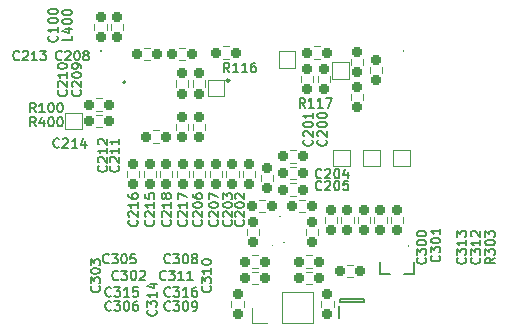
<source format=gto>
G04 #@! TF.GenerationSoftware,KiCad,Pcbnew,7.0.7*
G04 #@! TF.CreationDate,2024-01-15T15:13:53+00:00*
G04 #@! TF.ProjectId,cardboard,63617264-626f-4617-9264-2e6b69636164,rev?*
G04 #@! TF.SameCoordinates,Original*
G04 #@! TF.FileFunction,Legend,Top*
G04 #@! TF.FilePolarity,Positive*
%FSLAX46Y46*%
G04 Gerber Fmt 4.6, Leading zero omitted, Abs format (unit mm)*
G04 Created by KiCad (PCBNEW 7.0.7) date 2024-01-15 15:13:53*
%MOMM*%
%LPD*%
G01*
G04 APERTURE LIST*
G04 Aperture macros list*
%AMRoundRect*
0 Rectangle with rounded corners*
0 $1 Rounding radius*
0 $2 $3 $4 $5 $6 $7 $8 $9 X,Y pos of 4 corners*
0 Add a 4 corners polygon primitive as box body*
4,1,4,$2,$3,$4,$5,$6,$7,$8,$9,$2,$3,0*
0 Add four circle primitives for the rounded corners*
1,1,$1+$1,$2,$3*
1,1,$1+$1,$4,$5*
1,1,$1+$1,$6,$7*
1,1,$1+$1,$8,$9*
0 Add four rect primitives between the rounded corners*
20,1,$1+$1,$2,$3,$4,$5,0*
20,1,$1+$1,$4,$5,$6,$7,0*
20,1,$1+$1,$6,$7,$8,$9,0*
20,1,$1+$1,$8,$9,$2,$3,0*%
G04 Aperture macros list end*
%ADD10C,0.200000*%
%ADD11C,0.120000*%
%ADD12C,0.100000*%
%ADD13C,0.250000*%
%ADD14RoundRect,0.225000X0.225000X-0.225000X0.225000X0.225000X-0.225000X0.225000X-0.225000X-0.225000X0*%
%ADD15R,0.600000X0.600000*%
%ADD16RoundRect,0.225000X-0.225000X0.225000X-0.225000X-0.225000X0.225000X-0.225000X0.225000X0.225000X0*%
%ADD17RoundRect,0.225000X-0.225000X-0.225000X0.225000X-0.225000X0.225000X0.225000X-0.225000X0.225000X0*%
%ADD18R,0.500000X1.000000*%
%ADD19R,1.200000X1.400000*%
%ADD20R,1.000000X1.000000*%
%ADD21R,0.800000X0.800000*%
%ADD22RoundRect,0.225000X0.225000X0.225000X-0.225000X0.225000X-0.225000X-0.225000X0.225000X-0.225000X0*%
%ADD23C,1.000000*%
%ADD24R,0.600000X0.700000*%
%ADD25C,6.400000*%
%ADD26R,1.700000X1.700000*%
%ADD27O,1.700000X1.700000*%
%ADD28R,0.850000X0.300000*%
%ADD29R,0.300000X0.850000*%
%ADD30R,3.600000X3.600000*%
G04 APERTURE END LIST*
D10*
X88498504Y-60265237D02*
X88536600Y-60303333D01*
X88536600Y-60303333D02*
X88574695Y-60417618D01*
X88574695Y-60417618D02*
X88574695Y-60493809D01*
X88574695Y-60493809D02*
X88536600Y-60608095D01*
X88536600Y-60608095D02*
X88460409Y-60684285D01*
X88460409Y-60684285D02*
X88384219Y-60722380D01*
X88384219Y-60722380D02*
X88231838Y-60760476D01*
X88231838Y-60760476D02*
X88117552Y-60760476D01*
X88117552Y-60760476D02*
X87965171Y-60722380D01*
X87965171Y-60722380D02*
X87888980Y-60684285D01*
X87888980Y-60684285D02*
X87812790Y-60608095D01*
X87812790Y-60608095D02*
X87774695Y-60493809D01*
X87774695Y-60493809D02*
X87774695Y-60417618D01*
X87774695Y-60417618D02*
X87812790Y-60303333D01*
X87812790Y-60303333D02*
X87850885Y-60265237D01*
X88574695Y-59503333D02*
X88574695Y-59960476D01*
X88574695Y-59731904D02*
X87774695Y-59731904D01*
X87774695Y-59731904D02*
X87888980Y-59808095D01*
X87888980Y-59808095D02*
X87965171Y-59884285D01*
X87965171Y-59884285D02*
X88003266Y-59960476D01*
X87774695Y-59008094D02*
X87774695Y-58931904D01*
X87774695Y-58931904D02*
X87812790Y-58855713D01*
X87812790Y-58855713D02*
X87850885Y-58817618D01*
X87850885Y-58817618D02*
X87927076Y-58779523D01*
X87927076Y-58779523D02*
X88079457Y-58741428D01*
X88079457Y-58741428D02*
X88269933Y-58741428D01*
X88269933Y-58741428D02*
X88422314Y-58779523D01*
X88422314Y-58779523D02*
X88498504Y-58817618D01*
X88498504Y-58817618D02*
X88536600Y-58855713D01*
X88536600Y-58855713D02*
X88574695Y-58931904D01*
X88574695Y-58931904D02*
X88574695Y-59008094D01*
X88574695Y-59008094D02*
X88536600Y-59084285D01*
X88536600Y-59084285D02*
X88498504Y-59122380D01*
X88498504Y-59122380D02*
X88422314Y-59160475D01*
X88422314Y-59160475D02*
X88269933Y-59198571D01*
X88269933Y-59198571D02*
X88079457Y-59198571D01*
X88079457Y-59198571D02*
X87927076Y-59160475D01*
X87927076Y-59160475D02*
X87850885Y-59122380D01*
X87850885Y-59122380D02*
X87812790Y-59084285D01*
X87812790Y-59084285D02*
X87774695Y-59008094D01*
X87774695Y-58246189D02*
X87774695Y-58169999D01*
X87774695Y-58169999D02*
X87812790Y-58093808D01*
X87812790Y-58093808D02*
X87850885Y-58055713D01*
X87850885Y-58055713D02*
X87927076Y-58017618D01*
X87927076Y-58017618D02*
X88079457Y-57979523D01*
X88079457Y-57979523D02*
X88269933Y-57979523D01*
X88269933Y-57979523D02*
X88422314Y-58017618D01*
X88422314Y-58017618D02*
X88498504Y-58055713D01*
X88498504Y-58055713D02*
X88536600Y-58093808D01*
X88536600Y-58093808D02*
X88574695Y-58169999D01*
X88574695Y-58169999D02*
X88574695Y-58246189D01*
X88574695Y-58246189D02*
X88536600Y-58322380D01*
X88536600Y-58322380D02*
X88498504Y-58360475D01*
X88498504Y-58360475D02*
X88422314Y-58398570D01*
X88422314Y-58398570D02*
X88269933Y-58436666D01*
X88269933Y-58436666D02*
X88079457Y-58436666D01*
X88079457Y-58436666D02*
X87927076Y-58398570D01*
X87927076Y-58398570D02*
X87850885Y-58360475D01*
X87850885Y-58360475D02*
X87812790Y-58322380D01*
X87812790Y-58322380D02*
X87774695Y-58246189D01*
X93719762Y-80853504D02*
X93681666Y-80891600D01*
X93681666Y-80891600D02*
X93567381Y-80929695D01*
X93567381Y-80929695D02*
X93491190Y-80929695D01*
X93491190Y-80929695D02*
X93376904Y-80891600D01*
X93376904Y-80891600D02*
X93300714Y-80815409D01*
X93300714Y-80815409D02*
X93262619Y-80739219D01*
X93262619Y-80739219D02*
X93224523Y-80586838D01*
X93224523Y-80586838D02*
X93224523Y-80472552D01*
X93224523Y-80472552D02*
X93262619Y-80320171D01*
X93262619Y-80320171D02*
X93300714Y-80243980D01*
X93300714Y-80243980D02*
X93376904Y-80167790D01*
X93376904Y-80167790D02*
X93491190Y-80129695D01*
X93491190Y-80129695D02*
X93567381Y-80129695D01*
X93567381Y-80129695D02*
X93681666Y-80167790D01*
X93681666Y-80167790D02*
X93719762Y-80205885D01*
X93986428Y-80129695D02*
X94481666Y-80129695D01*
X94481666Y-80129695D02*
X94215000Y-80434457D01*
X94215000Y-80434457D02*
X94329285Y-80434457D01*
X94329285Y-80434457D02*
X94405476Y-80472552D01*
X94405476Y-80472552D02*
X94443571Y-80510647D01*
X94443571Y-80510647D02*
X94481666Y-80586838D01*
X94481666Y-80586838D02*
X94481666Y-80777314D01*
X94481666Y-80777314D02*
X94443571Y-80853504D01*
X94443571Y-80853504D02*
X94405476Y-80891600D01*
X94405476Y-80891600D02*
X94329285Y-80929695D01*
X94329285Y-80929695D02*
X94100714Y-80929695D01*
X94100714Y-80929695D02*
X94024523Y-80891600D01*
X94024523Y-80891600D02*
X93986428Y-80853504D01*
X94976905Y-80129695D02*
X95053095Y-80129695D01*
X95053095Y-80129695D02*
X95129286Y-80167790D01*
X95129286Y-80167790D02*
X95167381Y-80205885D01*
X95167381Y-80205885D02*
X95205476Y-80282076D01*
X95205476Y-80282076D02*
X95243571Y-80434457D01*
X95243571Y-80434457D02*
X95243571Y-80624933D01*
X95243571Y-80624933D02*
X95205476Y-80777314D01*
X95205476Y-80777314D02*
X95167381Y-80853504D01*
X95167381Y-80853504D02*
X95129286Y-80891600D01*
X95129286Y-80891600D02*
X95053095Y-80929695D01*
X95053095Y-80929695D02*
X94976905Y-80929695D01*
X94976905Y-80929695D02*
X94900714Y-80891600D01*
X94900714Y-80891600D02*
X94862619Y-80853504D01*
X94862619Y-80853504D02*
X94824524Y-80777314D01*
X94824524Y-80777314D02*
X94786428Y-80624933D01*
X94786428Y-80624933D02*
X94786428Y-80434457D01*
X94786428Y-80434457D02*
X94824524Y-80282076D01*
X94824524Y-80282076D02*
X94862619Y-80205885D01*
X94862619Y-80205885D02*
X94900714Y-80167790D01*
X94900714Y-80167790D02*
X94976905Y-80129695D01*
X95548333Y-80205885D02*
X95586429Y-80167790D01*
X95586429Y-80167790D02*
X95662619Y-80129695D01*
X95662619Y-80129695D02*
X95853095Y-80129695D01*
X95853095Y-80129695D02*
X95929286Y-80167790D01*
X95929286Y-80167790D02*
X95967381Y-80205885D01*
X95967381Y-80205885D02*
X96005476Y-80282076D01*
X96005476Y-80282076D02*
X96005476Y-80358266D01*
X96005476Y-80358266D02*
X95967381Y-80472552D01*
X95967381Y-80472552D02*
X95510238Y-80929695D01*
X95510238Y-80929695D02*
X96005476Y-80929695D01*
X119698504Y-79065237D02*
X119736600Y-79103333D01*
X119736600Y-79103333D02*
X119774695Y-79217618D01*
X119774695Y-79217618D02*
X119774695Y-79293809D01*
X119774695Y-79293809D02*
X119736600Y-79408095D01*
X119736600Y-79408095D02*
X119660409Y-79484285D01*
X119660409Y-79484285D02*
X119584219Y-79522380D01*
X119584219Y-79522380D02*
X119431838Y-79560476D01*
X119431838Y-79560476D02*
X119317552Y-79560476D01*
X119317552Y-79560476D02*
X119165171Y-79522380D01*
X119165171Y-79522380D02*
X119088980Y-79484285D01*
X119088980Y-79484285D02*
X119012790Y-79408095D01*
X119012790Y-79408095D02*
X118974695Y-79293809D01*
X118974695Y-79293809D02*
X118974695Y-79217618D01*
X118974695Y-79217618D02*
X119012790Y-79103333D01*
X119012790Y-79103333D02*
X119050885Y-79065237D01*
X118974695Y-78798571D02*
X118974695Y-78303333D01*
X118974695Y-78303333D02*
X119279457Y-78569999D01*
X119279457Y-78569999D02*
X119279457Y-78455714D01*
X119279457Y-78455714D02*
X119317552Y-78379523D01*
X119317552Y-78379523D02*
X119355647Y-78341428D01*
X119355647Y-78341428D02*
X119431838Y-78303333D01*
X119431838Y-78303333D02*
X119622314Y-78303333D01*
X119622314Y-78303333D02*
X119698504Y-78341428D01*
X119698504Y-78341428D02*
X119736600Y-78379523D01*
X119736600Y-78379523D02*
X119774695Y-78455714D01*
X119774695Y-78455714D02*
X119774695Y-78684285D01*
X119774695Y-78684285D02*
X119736600Y-78760476D01*
X119736600Y-78760476D02*
X119698504Y-78798571D01*
X118974695Y-77808094D02*
X118974695Y-77731904D01*
X118974695Y-77731904D02*
X119012790Y-77655713D01*
X119012790Y-77655713D02*
X119050885Y-77617618D01*
X119050885Y-77617618D02*
X119127076Y-77579523D01*
X119127076Y-77579523D02*
X119279457Y-77541428D01*
X119279457Y-77541428D02*
X119469933Y-77541428D01*
X119469933Y-77541428D02*
X119622314Y-77579523D01*
X119622314Y-77579523D02*
X119698504Y-77617618D01*
X119698504Y-77617618D02*
X119736600Y-77655713D01*
X119736600Y-77655713D02*
X119774695Y-77731904D01*
X119774695Y-77731904D02*
X119774695Y-77808094D01*
X119774695Y-77808094D02*
X119736600Y-77884285D01*
X119736600Y-77884285D02*
X119698504Y-77922380D01*
X119698504Y-77922380D02*
X119622314Y-77960475D01*
X119622314Y-77960475D02*
X119469933Y-77998571D01*
X119469933Y-77998571D02*
X119279457Y-77998571D01*
X119279457Y-77998571D02*
X119127076Y-77960475D01*
X119127076Y-77960475D02*
X119050885Y-77922380D01*
X119050885Y-77922380D02*
X119012790Y-77884285D01*
X119012790Y-77884285D02*
X118974695Y-77808094D01*
X118974695Y-77046189D02*
X118974695Y-76969999D01*
X118974695Y-76969999D02*
X119012790Y-76893808D01*
X119012790Y-76893808D02*
X119050885Y-76855713D01*
X119050885Y-76855713D02*
X119127076Y-76817618D01*
X119127076Y-76817618D02*
X119279457Y-76779523D01*
X119279457Y-76779523D02*
X119469933Y-76779523D01*
X119469933Y-76779523D02*
X119622314Y-76817618D01*
X119622314Y-76817618D02*
X119698504Y-76855713D01*
X119698504Y-76855713D02*
X119736600Y-76893808D01*
X119736600Y-76893808D02*
X119774695Y-76969999D01*
X119774695Y-76969999D02*
X119774695Y-77046189D01*
X119774695Y-77046189D02*
X119736600Y-77122380D01*
X119736600Y-77122380D02*
X119698504Y-77160475D01*
X119698504Y-77160475D02*
X119622314Y-77198570D01*
X119622314Y-77198570D02*
X119469933Y-77236666D01*
X119469933Y-77236666D02*
X119279457Y-77236666D01*
X119279457Y-77236666D02*
X119127076Y-77198570D01*
X119127076Y-77198570D02*
X119050885Y-77160475D01*
X119050885Y-77160475D02*
X119012790Y-77122380D01*
X119012790Y-77122380D02*
X118974695Y-77046189D01*
X93119762Y-82253504D02*
X93081666Y-82291600D01*
X93081666Y-82291600D02*
X92967381Y-82329695D01*
X92967381Y-82329695D02*
X92891190Y-82329695D01*
X92891190Y-82329695D02*
X92776904Y-82291600D01*
X92776904Y-82291600D02*
X92700714Y-82215409D01*
X92700714Y-82215409D02*
X92662619Y-82139219D01*
X92662619Y-82139219D02*
X92624523Y-81986838D01*
X92624523Y-81986838D02*
X92624523Y-81872552D01*
X92624523Y-81872552D02*
X92662619Y-81720171D01*
X92662619Y-81720171D02*
X92700714Y-81643980D01*
X92700714Y-81643980D02*
X92776904Y-81567790D01*
X92776904Y-81567790D02*
X92891190Y-81529695D01*
X92891190Y-81529695D02*
X92967381Y-81529695D01*
X92967381Y-81529695D02*
X93081666Y-81567790D01*
X93081666Y-81567790D02*
X93119762Y-81605885D01*
X93386428Y-81529695D02*
X93881666Y-81529695D01*
X93881666Y-81529695D02*
X93615000Y-81834457D01*
X93615000Y-81834457D02*
X93729285Y-81834457D01*
X93729285Y-81834457D02*
X93805476Y-81872552D01*
X93805476Y-81872552D02*
X93843571Y-81910647D01*
X93843571Y-81910647D02*
X93881666Y-81986838D01*
X93881666Y-81986838D02*
X93881666Y-82177314D01*
X93881666Y-82177314D02*
X93843571Y-82253504D01*
X93843571Y-82253504D02*
X93805476Y-82291600D01*
X93805476Y-82291600D02*
X93729285Y-82329695D01*
X93729285Y-82329695D02*
X93500714Y-82329695D01*
X93500714Y-82329695D02*
X93424523Y-82291600D01*
X93424523Y-82291600D02*
X93386428Y-82253504D01*
X94643571Y-82329695D02*
X94186428Y-82329695D01*
X94415000Y-82329695D02*
X94415000Y-81529695D01*
X94415000Y-81529695D02*
X94338809Y-81643980D01*
X94338809Y-81643980D02*
X94262619Y-81720171D01*
X94262619Y-81720171D02*
X94186428Y-81758266D01*
X95367381Y-81529695D02*
X94986429Y-81529695D01*
X94986429Y-81529695D02*
X94948333Y-81910647D01*
X94948333Y-81910647D02*
X94986429Y-81872552D01*
X94986429Y-81872552D02*
X95062619Y-81834457D01*
X95062619Y-81834457D02*
X95253095Y-81834457D01*
X95253095Y-81834457D02*
X95329286Y-81872552D01*
X95329286Y-81872552D02*
X95367381Y-81910647D01*
X95367381Y-81910647D02*
X95405476Y-81986838D01*
X95405476Y-81986838D02*
X95405476Y-82177314D01*
X95405476Y-82177314D02*
X95367381Y-82253504D01*
X95367381Y-82253504D02*
X95329286Y-82291600D01*
X95329286Y-82291600D02*
X95253095Y-82329695D01*
X95253095Y-82329695D02*
X95062619Y-82329695D01*
X95062619Y-82329695D02*
X94986429Y-82291600D01*
X94986429Y-82291600D02*
X94948333Y-82253504D01*
X98119762Y-83453504D02*
X98081666Y-83491600D01*
X98081666Y-83491600D02*
X97967381Y-83529695D01*
X97967381Y-83529695D02*
X97891190Y-83529695D01*
X97891190Y-83529695D02*
X97776904Y-83491600D01*
X97776904Y-83491600D02*
X97700714Y-83415409D01*
X97700714Y-83415409D02*
X97662619Y-83339219D01*
X97662619Y-83339219D02*
X97624523Y-83186838D01*
X97624523Y-83186838D02*
X97624523Y-83072552D01*
X97624523Y-83072552D02*
X97662619Y-82920171D01*
X97662619Y-82920171D02*
X97700714Y-82843980D01*
X97700714Y-82843980D02*
X97776904Y-82767790D01*
X97776904Y-82767790D02*
X97891190Y-82729695D01*
X97891190Y-82729695D02*
X97967381Y-82729695D01*
X97967381Y-82729695D02*
X98081666Y-82767790D01*
X98081666Y-82767790D02*
X98119762Y-82805885D01*
X98386428Y-82729695D02*
X98881666Y-82729695D01*
X98881666Y-82729695D02*
X98615000Y-83034457D01*
X98615000Y-83034457D02*
X98729285Y-83034457D01*
X98729285Y-83034457D02*
X98805476Y-83072552D01*
X98805476Y-83072552D02*
X98843571Y-83110647D01*
X98843571Y-83110647D02*
X98881666Y-83186838D01*
X98881666Y-83186838D02*
X98881666Y-83377314D01*
X98881666Y-83377314D02*
X98843571Y-83453504D01*
X98843571Y-83453504D02*
X98805476Y-83491600D01*
X98805476Y-83491600D02*
X98729285Y-83529695D01*
X98729285Y-83529695D02*
X98500714Y-83529695D01*
X98500714Y-83529695D02*
X98424523Y-83491600D01*
X98424523Y-83491600D02*
X98386428Y-83453504D01*
X99376905Y-82729695D02*
X99453095Y-82729695D01*
X99453095Y-82729695D02*
X99529286Y-82767790D01*
X99529286Y-82767790D02*
X99567381Y-82805885D01*
X99567381Y-82805885D02*
X99605476Y-82882076D01*
X99605476Y-82882076D02*
X99643571Y-83034457D01*
X99643571Y-83034457D02*
X99643571Y-83224933D01*
X99643571Y-83224933D02*
X99605476Y-83377314D01*
X99605476Y-83377314D02*
X99567381Y-83453504D01*
X99567381Y-83453504D02*
X99529286Y-83491600D01*
X99529286Y-83491600D02*
X99453095Y-83529695D01*
X99453095Y-83529695D02*
X99376905Y-83529695D01*
X99376905Y-83529695D02*
X99300714Y-83491600D01*
X99300714Y-83491600D02*
X99262619Y-83453504D01*
X99262619Y-83453504D02*
X99224524Y-83377314D01*
X99224524Y-83377314D02*
X99186428Y-83224933D01*
X99186428Y-83224933D02*
X99186428Y-83034457D01*
X99186428Y-83034457D02*
X99224524Y-82882076D01*
X99224524Y-82882076D02*
X99262619Y-82805885D01*
X99262619Y-82805885D02*
X99300714Y-82767790D01*
X99300714Y-82767790D02*
X99376905Y-82729695D01*
X100024524Y-83529695D02*
X100176905Y-83529695D01*
X100176905Y-83529695D02*
X100253095Y-83491600D01*
X100253095Y-83491600D02*
X100291191Y-83453504D01*
X100291191Y-83453504D02*
X100367381Y-83339219D01*
X100367381Y-83339219D02*
X100405476Y-83186838D01*
X100405476Y-83186838D02*
X100405476Y-82882076D01*
X100405476Y-82882076D02*
X100367381Y-82805885D01*
X100367381Y-82805885D02*
X100329286Y-82767790D01*
X100329286Y-82767790D02*
X100253095Y-82729695D01*
X100253095Y-82729695D02*
X100100714Y-82729695D01*
X100100714Y-82729695D02*
X100024524Y-82767790D01*
X100024524Y-82767790D02*
X99986429Y-82805885D01*
X99986429Y-82805885D02*
X99948333Y-82882076D01*
X99948333Y-82882076D02*
X99948333Y-83072552D01*
X99948333Y-83072552D02*
X99986429Y-83148742D01*
X99986429Y-83148742D02*
X100024524Y-83186838D01*
X100024524Y-83186838D02*
X100100714Y-83224933D01*
X100100714Y-83224933D02*
X100253095Y-83224933D01*
X100253095Y-83224933D02*
X100329286Y-83186838D01*
X100329286Y-83186838D02*
X100367381Y-83148742D01*
X100367381Y-83148742D02*
X100405476Y-83072552D01*
X110098504Y-69065237D02*
X110136600Y-69103333D01*
X110136600Y-69103333D02*
X110174695Y-69217618D01*
X110174695Y-69217618D02*
X110174695Y-69293809D01*
X110174695Y-69293809D02*
X110136600Y-69408095D01*
X110136600Y-69408095D02*
X110060409Y-69484285D01*
X110060409Y-69484285D02*
X109984219Y-69522380D01*
X109984219Y-69522380D02*
X109831838Y-69560476D01*
X109831838Y-69560476D02*
X109717552Y-69560476D01*
X109717552Y-69560476D02*
X109565171Y-69522380D01*
X109565171Y-69522380D02*
X109488980Y-69484285D01*
X109488980Y-69484285D02*
X109412790Y-69408095D01*
X109412790Y-69408095D02*
X109374695Y-69293809D01*
X109374695Y-69293809D02*
X109374695Y-69217618D01*
X109374695Y-69217618D02*
X109412790Y-69103333D01*
X109412790Y-69103333D02*
X109450885Y-69065237D01*
X109450885Y-68760476D02*
X109412790Y-68722380D01*
X109412790Y-68722380D02*
X109374695Y-68646190D01*
X109374695Y-68646190D02*
X109374695Y-68455714D01*
X109374695Y-68455714D02*
X109412790Y-68379523D01*
X109412790Y-68379523D02*
X109450885Y-68341428D01*
X109450885Y-68341428D02*
X109527076Y-68303333D01*
X109527076Y-68303333D02*
X109603266Y-68303333D01*
X109603266Y-68303333D02*
X109717552Y-68341428D01*
X109717552Y-68341428D02*
X110174695Y-68798571D01*
X110174695Y-68798571D02*
X110174695Y-68303333D01*
X109374695Y-67808094D02*
X109374695Y-67731904D01*
X109374695Y-67731904D02*
X109412790Y-67655713D01*
X109412790Y-67655713D02*
X109450885Y-67617618D01*
X109450885Y-67617618D02*
X109527076Y-67579523D01*
X109527076Y-67579523D02*
X109679457Y-67541428D01*
X109679457Y-67541428D02*
X109869933Y-67541428D01*
X109869933Y-67541428D02*
X110022314Y-67579523D01*
X110022314Y-67579523D02*
X110098504Y-67617618D01*
X110098504Y-67617618D02*
X110136600Y-67655713D01*
X110136600Y-67655713D02*
X110174695Y-67731904D01*
X110174695Y-67731904D02*
X110174695Y-67808094D01*
X110174695Y-67808094D02*
X110136600Y-67884285D01*
X110136600Y-67884285D02*
X110098504Y-67922380D01*
X110098504Y-67922380D02*
X110022314Y-67960475D01*
X110022314Y-67960475D02*
X109869933Y-67998571D01*
X109869933Y-67998571D02*
X109679457Y-67998571D01*
X109679457Y-67998571D02*
X109527076Y-67960475D01*
X109527076Y-67960475D02*
X109450885Y-67922380D01*
X109450885Y-67922380D02*
X109412790Y-67884285D01*
X109412790Y-67884285D02*
X109374695Y-67808094D01*
X110174695Y-66779523D02*
X110174695Y-67236666D01*
X110174695Y-67008094D02*
X109374695Y-67008094D01*
X109374695Y-67008094D02*
X109488980Y-67084285D01*
X109488980Y-67084285D02*
X109565171Y-67160475D01*
X109565171Y-67160475D02*
X109603266Y-67236666D01*
X92698504Y-71265237D02*
X92736600Y-71303333D01*
X92736600Y-71303333D02*
X92774695Y-71417618D01*
X92774695Y-71417618D02*
X92774695Y-71493809D01*
X92774695Y-71493809D02*
X92736600Y-71608095D01*
X92736600Y-71608095D02*
X92660409Y-71684285D01*
X92660409Y-71684285D02*
X92584219Y-71722380D01*
X92584219Y-71722380D02*
X92431838Y-71760476D01*
X92431838Y-71760476D02*
X92317552Y-71760476D01*
X92317552Y-71760476D02*
X92165171Y-71722380D01*
X92165171Y-71722380D02*
X92088980Y-71684285D01*
X92088980Y-71684285D02*
X92012790Y-71608095D01*
X92012790Y-71608095D02*
X91974695Y-71493809D01*
X91974695Y-71493809D02*
X91974695Y-71417618D01*
X91974695Y-71417618D02*
X92012790Y-71303333D01*
X92012790Y-71303333D02*
X92050885Y-71265237D01*
X92050885Y-70960476D02*
X92012790Y-70922380D01*
X92012790Y-70922380D02*
X91974695Y-70846190D01*
X91974695Y-70846190D02*
X91974695Y-70655714D01*
X91974695Y-70655714D02*
X92012790Y-70579523D01*
X92012790Y-70579523D02*
X92050885Y-70541428D01*
X92050885Y-70541428D02*
X92127076Y-70503333D01*
X92127076Y-70503333D02*
X92203266Y-70503333D01*
X92203266Y-70503333D02*
X92317552Y-70541428D01*
X92317552Y-70541428D02*
X92774695Y-70998571D01*
X92774695Y-70998571D02*
X92774695Y-70503333D01*
X92774695Y-69741428D02*
X92774695Y-70198571D01*
X92774695Y-69969999D02*
X91974695Y-69969999D01*
X91974695Y-69969999D02*
X92088980Y-70046190D01*
X92088980Y-70046190D02*
X92165171Y-70122380D01*
X92165171Y-70122380D02*
X92203266Y-70198571D01*
X92050885Y-69436666D02*
X92012790Y-69398570D01*
X92012790Y-69398570D02*
X91974695Y-69322380D01*
X91974695Y-69322380D02*
X91974695Y-69131904D01*
X91974695Y-69131904D02*
X92012790Y-69055713D01*
X92012790Y-69055713D02*
X92050885Y-69017618D01*
X92050885Y-69017618D02*
X92127076Y-68979523D01*
X92127076Y-68979523D02*
X92203266Y-68979523D01*
X92203266Y-68979523D02*
X92317552Y-69017618D01*
X92317552Y-69017618D02*
X92774695Y-69474761D01*
X92774695Y-69474761D02*
X92774695Y-68979523D01*
X92098504Y-81465237D02*
X92136600Y-81503333D01*
X92136600Y-81503333D02*
X92174695Y-81617618D01*
X92174695Y-81617618D02*
X92174695Y-81693809D01*
X92174695Y-81693809D02*
X92136600Y-81808095D01*
X92136600Y-81808095D02*
X92060409Y-81884285D01*
X92060409Y-81884285D02*
X91984219Y-81922380D01*
X91984219Y-81922380D02*
X91831838Y-81960476D01*
X91831838Y-81960476D02*
X91717552Y-81960476D01*
X91717552Y-81960476D02*
X91565171Y-81922380D01*
X91565171Y-81922380D02*
X91488980Y-81884285D01*
X91488980Y-81884285D02*
X91412790Y-81808095D01*
X91412790Y-81808095D02*
X91374695Y-81693809D01*
X91374695Y-81693809D02*
X91374695Y-81617618D01*
X91374695Y-81617618D02*
X91412790Y-81503333D01*
X91412790Y-81503333D02*
X91450885Y-81465237D01*
X91374695Y-81198571D02*
X91374695Y-80703333D01*
X91374695Y-80703333D02*
X91679457Y-80969999D01*
X91679457Y-80969999D02*
X91679457Y-80855714D01*
X91679457Y-80855714D02*
X91717552Y-80779523D01*
X91717552Y-80779523D02*
X91755647Y-80741428D01*
X91755647Y-80741428D02*
X91831838Y-80703333D01*
X91831838Y-80703333D02*
X92022314Y-80703333D01*
X92022314Y-80703333D02*
X92098504Y-80741428D01*
X92098504Y-80741428D02*
X92136600Y-80779523D01*
X92136600Y-80779523D02*
X92174695Y-80855714D01*
X92174695Y-80855714D02*
X92174695Y-81084285D01*
X92174695Y-81084285D02*
X92136600Y-81160476D01*
X92136600Y-81160476D02*
X92098504Y-81198571D01*
X91374695Y-80208094D02*
X91374695Y-80131904D01*
X91374695Y-80131904D02*
X91412790Y-80055713D01*
X91412790Y-80055713D02*
X91450885Y-80017618D01*
X91450885Y-80017618D02*
X91527076Y-79979523D01*
X91527076Y-79979523D02*
X91679457Y-79941428D01*
X91679457Y-79941428D02*
X91869933Y-79941428D01*
X91869933Y-79941428D02*
X92022314Y-79979523D01*
X92022314Y-79979523D02*
X92098504Y-80017618D01*
X92098504Y-80017618D02*
X92136600Y-80055713D01*
X92136600Y-80055713D02*
X92174695Y-80131904D01*
X92174695Y-80131904D02*
X92174695Y-80208094D01*
X92174695Y-80208094D02*
X92136600Y-80284285D01*
X92136600Y-80284285D02*
X92098504Y-80322380D01*
X92098504Y-80322380D02*
X92022314Y-80360475D01*
X92022314Y-80360475D02*
X91869933Y-80398571D01*
X91869933Y-80398571D02*
X91679457Y-80398571D01*
X91679457Y-80398571D02*
X91527076Y-80360475D01*
X91527076Y-80360475D02*
X91450885Y-80322380D01*
X91450885Y-80322380D02*
X91412790Y-80284285D01*
X91412790Y-80284285D02*
X91374695Y-80208094D01*
X91374695Y-79674761D02*
X91374695Y-79179523D01*
X91374695Y-79179523D02*
X91679457Y-79446189D01*
X91679457Y-79446189D02*
X91679457Y-79331904D01*
X91679457Y-79331904D02*
X91717552Y-79255713D01*
X91717552Y-79255713D02*
X91755647Y-79217618D01*
X91755647Y-79217618D02*
X91831838Y-79179523D01*
X91831838Y-79179523D02*
X92022314Y-79179523D01*
X92022314Y-79179523D02*
X92098504Y-79217618D01*
X92098504Y-79217618D02*
X92136600Y-79255713D01*
X92136600Y-79255713D02*
X92174695Y-79331904D01*
X92174695Y-79331904D02*
X92174695Y-79560475D01*
X92174695Y-79560475D02*
X92136600Y-79636666D01*
X92136600Y-79636666D02*
X92098504Y-79674761D01*
X103298504Y-75865237D02*
X103336600Y-75903333D01*
X103336600Y-75903333D02*
X103374695Y-76017618D01*
X103374695Y-76017618D02*
X103374695Y-76093809D01*
X103374695Y-76093809D02*
X103336600Y-76208095D01*
X103336600Y-76208095D02*
X103260409Y-76284285D01*
X103260409Y-76284285D02*
X103184219Y-76322380D01*
X103184219Y-76322380D02*
X103031838Y-76360476D01*
X103031838Y-76360476D02*
X102917552Y-76360476D01*
X102917552Y-76360476D02*
X102765171Y-76322380D01*
X102765171Y-76322380D02*
X102688980Y-76284285D01*
X102688980Y-76284285D02*
X102612790Y-76208095D01*
X102612790Y-76208095D02*
X102574695Y-76093809D01*
X102574695Y-76093809D02*
X102574695Y-76017618D01*
X102574695Y-76017618D02*
X102612790Y-75903333D01*
X102612790Y-75903333D02*
X102650885Y-75865237D01*
X102650885Y-75560476D02*
X102612790Y-75522380D01*
X102612790Y-75522380D02*
X102574695Y-75446190D01*
X102574695Y-75446190D02*
X102574695Y-75255714D01*
X102574695Y-75255714D02*
X102612790Y-75179523D01*
X102612790Y-75179523D02*
X102650885Y-75141428D01*
X102650885Y-75141428D02*
X102727076Y-75103333D01*
X102727076Y-75103333D02*
X102803266Y-75103333D01*
X102803266Y-75103333D02*
X102917552Y-75141428D01*
X102917552Y-75141428D02*
X103374695Y-75598571D01*
X103374695Y-75598571D02*
X103374695Y-75103333D01*
X102574695Y-74608094D02*
X102574695Y-74531904D01*
X102574695Y-74531904D02*
X102612790Y-74455713D01*
X102612790Y-74455713D02*
X102650885Y-74417618D01*
X102650885Y-74417618D02*
X102727076Y-74379523D01*
X102727076Y-74379523D02*
X102879457Y-74341428D01*
X102879457Y-74341428D02*
X103069933Y-74341428D01*
X103069933Y-74341428D02*
X103222314Y-74379523D01*
X103222314Y-74379523D02*
X103298504Y-74417618D01*
X103298504Y-74417618D02*
X103336600Y-74455713D01*
X103336600Y-74455713D02*
X103374695Y-74531904D01*
X103374695Y-74531904D02*
X103374695Y-74608094D01*
X103374695Y-74608094D02*
X103336600Y-74684285D01*
X103336600Y-74684285D02*
X103298504Y-74722380D01*
X103298504Y-74722380D02*
X103222314Y-74760475D01*
X103222314Y-74760475D02*
X103069933Y-74798571D01*
X103069933Y-74798571D02*
X102879457Y-74798571D01*
X102879457Y-74798571D02*
X102727076Y-74760475D01*
X102727076Y-74760475D02*
X102650885Y-74722380D01*
X102650885Y-74722380D02*
X102612790Y-74684285D01*
X102612790Y-74684285D02*
X102574695Y-74608094D01*
X102574695Y-74074761D02*
X102574695Y-73579523D01*
X102574695Y-73579523D02*
X102879457Y-73846189D01*
X102879457Y-73846189D02*
X102879457Y-73731904D01*
X102879457Y-73731904D02*
X102917552Y-73655713D01*
X102917552Y-73655713D02*
X102955647Y-73617618D01*
X102955647Y-73617618D02*
X103031838Y-73579523D01*
X103031838Y-73579523D02*
X103222314Y-73579523D01*
X103222314Y-73579523D02*
X103298504Y-73617618D01*
X103298504Y-73617618D02*
X103336600Y-73655713D01*
X103336600Y-73655713D02*
X103374695Y-73731904D01*
X103374695Y-73731904D02*
X103374695Y-73960475D01*
X103374695Y-73960475D02*
X103336600Y-74036666D01*
X103336600Y-74036666D02*
X103298504Y-74074761D01*
X93119762Y-83453504D02*
X93081666Y-83491600D01*
X93081666Y-83491600D02*
X92967381Y-83529695D01*
X92967381Y-83529695D02*
X92891190Y-83529695D01*
X92891190Y-83529695D02*
X92776904Y-83491600D01*
X92776904Y-83491600D02*
X92700714Y-83415409D01*
X92700714Y-83415409D02*
X92662619Y-83339219D01*
X92662619Y-83339219D02*
X92624523Y-83186838D01*
X92624523Y-83186838D02*
X92624523Y-83072552D01*
X92624523Y-83072552D02*
X92662619Y-82920171D01*
X92662619Y-82920171D02*
X92700714Y-82843980D01*
X92700714Y-82843980D02*
X92776904Y-82767790D01*
X92776904Y-82767790D02*
X92891190Y-82729695D01*
X92891190Y-82729695D02*
X92967381Y-82729695D01*
X92967381Y-82729695D02*
X93081666Y-82767790D01*
X93081666Y-82767790D02*
X93119762Y-82805885D01*
X93386428Y-82729695D02*
X93881666Y-82729695D01*
X93881666Y-82729695D02*
X93615000Y-83034457D01*
X93615000Y-83034457D02*
X93729285Y-83034457D01*
X93729285Y-83034457D02*
X93805476Y-83072552D01*
X93805476Y-83072552D02*
X93843571Y-83110647D01*
X93843571Y-83110647D02*
X93881666Y-83186838D01*
X93881666Y-83186838D02*
X93881666Y-83377314D01*
X93881666Y-83377314D02*
X93843571Y-83453504D01*
X93843571Y-83453504D02*
X93805476Y-83491600D01*
X93805476Y-83491600D02*
X93729285Y-83529695D01*
X93729285Y-83529695D02*
X93500714Y-83529695D01*
X93500714Y-83529695D02*
X93424523Y-83491600D01*
X93424523Y-83491600D02*
X93386428Y-83453504D01*
X94376905Y-82729695D02*
X94453095Y-82729695D01*
X94453095Y-82729695D02*
X94529286Y-82767790D01*
X94529286Y-82767790D02*
X94567381Y-82805885D01*
X94567381Y-82805885D02*
X94605476Y-82882076D01*
X94605476Y-82882076D02*
X94643571Y-83034457D01*
X94643571Y-83034457D02*
X94643571Y-83224933D01*
X94643571Y-83224933D02*
X94605476Y-83377314D01*
X94605476Y-83377314D02*
X94567381Y-83453504D01*
X94567381Y-83453504D02*
X94529286Y-83491600D01*
X94529286Y-83491600D02*
X94453095Y-83529695D01*
X94453095Y-83529695D02*
X94376905Y-83529695D01*
X94376905Y-83529695D02*
X94300714Y-83491600D01*
X94300714Y-83491600D02*
X94262619Y-83453504D01*
X94262619Y-83453504D02*
X94224524Y-83377314D01*
X94224524Y-83377314D02*
X94186428Y-83224933D01*
X94186428Y-83224933D02*
X94186428Y-83034457D01*
X94186428Y-83034457D02*
X94224524Y-82882076D01*
X94224524Y-82882076D02*
X94262619Y-82805885D01*
X94262619Y-82805885D02*
X94300714Y-82767790D01*
X94300714Y-82767790D02*
X94376905Y-82729695D01*
X95329286Y-82729695D02*
X95176905Y-82729695D01*
X95176905Y-82729695D02*
X95100714Y-82767790D01*
X95100714Y-82767790D02*
X95062619Y-82805885D01*
X95062619Y-82805885D02*
X94986429Y-82920171D01*
X94986429Y-82920171D02*
X94948333Y-83072552D01*
X94948333Y-83072552D02*
X94948333Y-83377314D01*
X94948333Y-83377314D02*
X94986429Y-83453504D01*
X94986429Y-83453504D02*
X95024524Y-83491600D01*
X95024524Y-83491600D02*
X95100714Y-83529695D01*
X95100714Y-83529695D02*
X95253095Y-83529695D01*
X95253095Y-83529695D02*
X95329286Y-83491600D01*
X95329286Y-83491600D02*
X95367381Y-83453504D01*
X95367381Y-83453504D02*
X95405476Y-83377314D01*
X95405476Y-83377314D02*
X95405476Y-83186838D01*
X95405476Y-83186838D02*
X95367381Y-83110647D01*
X95367381Y-83110647D02*
X95329286Y-83072552D01*
X95329286Y-83072552D02*
X95253095Y-83034457D01*
X95253095Y-83034457D02*
X95100714Y-83034457D01*
X95100714Y-83034457D02*
X95024524Y-83072552D01*
X95024524Y-83072552D02*
X94986429Y-83110647D01*
X94986429Y-83110647D02*
X94948333Y-83186838D01*
X123098504Y-79065237D02*
X123136600Y-79103333D01*
X123136600Y-79103333D02*
X123174695Y-79217618D01*
X123174695Y-79217618D02*
X123174695Y-79293809D01*
X123174695Y-79293809D02*
X123136600Y-79408095D01*
X123136600Y-79408095D02*
X123060409Y-79484285D01*
X123060409Y-79484285D02*
X122984219Y-79522380D01*
X122984219Y-79522380D02*
X122831838Y-79560476D01*
X122831838Y-79560476D02*
X122717552Y-79560476D01*
X122717552Y-79560476D02*
X122565171Y-79522380D01*
X122565171Y-79522380D02*
X122488980Y-79484285D01*
X122488980Y-79484285D02*
X122412790Y-79408095D01*
X122412790Y-79408095D02*
X122374695Y-79293809D01*
X122374695Y-79293809D02*
X122374695Y-79217618D01*
X122374695Y-79217618D02*
X122412790Y-79103333D01*
X122412790Y-79103333D02*
X122450885Y-79065237D01*
X122374695Y-78798571D02*
X122374695Y-78303333D01*
X122374695Y-78303333D02*
X122679457Y-78569999D01*
X122679457Y-78569999D02*
X122679457Y-78455714D01*
X122679457Y-78455714D02*
X122717552Y-78379523D01*
X122717552Y-78379523D02*
X122755647Y-78341428D01*
X122755647Y-78341428D02*
X122831838Y-78303333D01*
X122831838Y-78303333D02*
X123022314Y-78303333D01*
X123022314Y-78303333D02*
X123098504Y-78341428D01*
X123098504Y-78341428D02*
X123136600Y-78379523D01*
X123136600Y-78379523D02*
X123174695Y-78455714D01*
X123174695Y-78455714D02*
X123174695Y-78684285D01*
X123174695Y-78684285D02*
X123136600Y-78760476D01*
X123136600Y-78760476D02*
X123098504Y-78798571D01*
X123174695Y-77541428D02*
X123174695Y-77998571D01*
X123174695Y-77769999D02*
X122374695Y-77769999D01*
X122374695Y-77769999D02*
X122488980Y-77846190D01*
X122488980Y-77846190D02*
X122565171Y-77922380D01*
X122565171Y-77922380D02*
X122603266Y-77998571D01*
X122374695Y-77274761D02*
X122374695Y-76779523D01*
X122374695Y-76779523D02*
X122679457Y-77046189D01*
X122679457Y-77046189D02*
X122679457Y-76931904D01*
X122679457Y-76931904D02*
X122717552Y-76855713D01*
X122717552Y-76855713D02*
X122755647Y-76817618D01*
X122755647Y-76817618D02*
X122831838Y-76779523D01*
X122831838Y-76779523D02*
X123022314Y-76779523D01*
X123022314Y-76779523D02*
X123098504Y-76817618D01*
X123098504Y-76817618D02*
X123136600Y-76855713D01*
X123136600Y-76855713D02*
X123174695Y-76931904D01*
X123174695Y-76931904D02*
X123174695Y-77160475D01*
X123174695Y-77160475D02*
X123136600Y-77236666D01*
X123136600Y-77236666D02*
X123098504Y-77274761D01*
X124298504Y-79065237D02*
X124336600Y-79103333D01*
X124336600Y-79103333D02*
X124374695Y-79217618D01*
X124374695Y-79217618D02*
X124374695Y-79293809D01*
X124374695Y-79293809D02*
X124336600Y-79408095D01*
X124336600Y-79408095D02*
X124260409Y-79484285D01*
X124260409Y-79484285D02*
X124184219Y-79522380D01*
X124184219Y-79522380D02*
X124031838Y-79560476D01*
X124031838Y-79560476D02*
X123917552Y-79560476D01*
X123917552Y-79560476D02*
X123765171Y-79522380D01*
X123765171Y-79522380D02*
X123688980Y-79484285D01*
X123688980Y-79484285D02*
X123612790Y-79408095D01*
X123612790Y-79408095D02*
X123574695Y-79293809D01*
X123574695Y-79293809D02*
X123574695Y-79217618D01*
X123574695Y-79217618D02*
X123612790Y-79103333D01*
X123612790Y-79103333D02*
X123650885Y-79065237D01*
X123574695Y-78798571D02*
X123574695Y-78303333D01*
X123574695Y-78303333D02*
X123879457Y-78569999D01*
X123879457Y-78569999D02*
X123879457Y-78455714D01*
X123879457Y-78455714D02*
X123917552Y-78379523D01*
X123917552Y-78379523D02*
X123955647Y-78341428D01*
X123955647Y-78341428D02*
X124031838Y-78303333D01*
X124031838Y-78303333D02*
X124222314Y-78303333D01*
X124222314Y-78303333D02*
X124298504Y-78341428D01*
X124298504Y-78341428D02*
X124336600Y-78379523D01*
X124336600Y-78379523D02*
X124374695Y-78455714D01*
X124374695Y-78455714D02*
X124374695Y-78684285D01*
X124374695Y-78684285D02*
X124336600Y-78760476D01*
X124336600Y-78760476D02*
X124298504Y-78798571D01*
X124374695Y-77541428D02*
X124374695Y-77998571D01*
X124374695Y-77769999D02*
X123574695Y-77769999D01*
X123574695Y-77769999D02*
X123688980Y-77846190D01*
X123688980Y-77846190D02*
X123765171Y-77922380D01*
X123765171Y-77922380D02*
X123803266Y-77998571D01*
X123650885Y-77236666D02*
X123612790Y-77198570D01*
X123612790Y-77198570D02*
X123574695Y-77122380D01*
X123574695Y-77122380D02*
X123574695Y-76931904D01*
X123574695Y-76931904D02*
X123612790Y-76855713D01*
X123612790Y-76855713D02*
X123650885Y-76817618D01*
X123650885Y-76817618D02*
X123727076Y-76779523D01*
X123727076Y-76779523D02*
X123803266Y-76779523D01*
X123803266Y-76779523D02*
X123917552Y-76817618D01*
X123917552Y-76817618D02*
X124374695Y-77274761D01*
X124374695Y-77274761D02*
X124374695Y-76779523D01*
X85319762Y-62253504D02*
X85281666Y-62291600D01*
X85281666Y-62291600D02*
X85167381Y-62329695D01*
X85167381Y-62329695D02*
X85091190Y-62329695D01*
X85091190Y-62329695D02*
X84976904Y-62291600D01*
X84976904Y-62291600D02*
X84900714Y-62215409D01*
X84900714Y-62215409D02*
X84862619Y-62139219D01*
X84862619Y-62139219D02*
X84824523Y-61986838D01*
X84824523Y-61986838D02*
X84824523Y-61872552D01*
X84824523Y-61872552D02*
X84862619Y-61720171D01*
X84862619Y-61720171D02*
X84900714Y-61643980D01*
X84900714Y-61643980D02*
X84976904Y-61567790D01*
X84976904Y-61567790D02*
X85091190Y-61529695D01*
X85091190Y-61529695D02*
X85167381Y-61529695D01*
X85167381Y-61529695D02*
X85281666Y-61567790D01*
X85281666Y-61567790D02*
X85319762Y-61605885D01*
X85624523Y-61605885D02*
X85662619Y-61567790D01*
X85662619Y-61567790D02*
X85738809Y-61529695D01*
X85738809Y-61529695D02*
X85929285Y-61529695D01*
X85929285Y-61529695D02*
X86005476Y-61567790D01*
X86005476Y-61567790D02*
X86043571Y-61605885D01*
X86043571Y-61605885D02*
X86081666Y-61682076D01*
X86081666Y-61682076D02*
X86081666Y-61758266D01*
X86081666Y-61758266D02*
X86043571Y-61872552D01*
X86043571Y-61872552D02*
X85586428Y-62329695D01*
X85586428Y-62329695D02*
X86081666Y-62329695D01*
X86843571Y-62329695D02*
X86386428Y-62329695D01*
X86615000Y-62329695D02*
X86615000Y-61529695D01*
X86615000Y-61529695D02*
X86538809Y-61643980D01*
X86538809Y-61643980D02*
X86462619Y-61720171D01*
X86462619Y-61720171D02*
X86386428Y-61758266D01*
X87110238Y-61529695D02*
X87605476Y-61529695D01*
X87605476Y-61529695D02*
X87338810Y-61834457D01*
X87338810Y-61834457D02*
X87453095Y-61834457D01*
X87453095Y-61834457D02*
X87529286Y-61872552D01*
X87529286Y-61872552D02*
X87567381Y-61910647D01*
X87567381Y-61910647D02*
X87605476Y-61986838D01*
X87605476Y-61986838D02*
X87605476Y-62177314D01*
X87605476Y-62177314D02*
X87567381Y-62253504D01*
X87567381Y-62253504D02*
X87529286Y-62291600D01*
X87529286Y-62291600D02*
X87453095Y-62329695D01*
X87453095Y-62329695D02*
X87224524Y-62329695D01*
X87224524Y-62329695D02*
X87148333Y-62291600D01*
X87148333Y-62291600D02*
X87110238Y-62253504D01*
X98119762Y-82253504D02*
X98081666Y-82291600D01*
X98081666Y-82291600D02*
X97967381Y-82329695D01*
X97967381Y-82329695D02*
X97891190Y-82329695D01*
X97891190Y-82329695D02*
X97776904Y-82291600D01*
X97776904Y-82291600D02*
X97700714Y-82215409D01*
X97700714Y-82215409D02*
X97662619Y-82139219D01*
X97662619Y-82139219D02*
X97624523Y-81986838D01*
X97624523Y-81986838D02*
X97624523Y-81872552D01*
X97624523Y-81872552D02*
X97662619Y-81720171D01*
X97662619Y-81720171D02*
X97700714Y-81643980D01*
X97700714Y-81643980D02*
X97776904Y-81567790D01*
X97776904Y-81567790D02*
X97891190Y-81529695D01*
X97891190Y-81529695D02*
X97967381Y-81529695D01*
X97967381Y-81529695D02*
X98081666Y-81567790D01*
X98081666Y-81567790D02*
X98119762Y-81605885D01*
X98386428Y-81529695D02*
X98881666Y-81529695D01*
X98881666Y-81529695D02*
X98615000Y-81834457D01*
X98615000Y-81834457D02*
X98729285Y-81834457D01*
X98729285Y-81834457D02*
X98805476Y-81872552D01*
X98805476Y-81872552D02*
X98843571Y-81910647D01*
X98843571Y-81910647D02*
X98881666Y-81986838D01*
X98881666Y-81986838D02*
X98881666Y-82177314D01*
X98881666Y-82177314D02*
X98843571Y-82253504D01*
X98843571Y-82253504D02*
X98805476Y-82291600D01*
X98805476Y-82291600D02*
X98729285Y-82329695D01*
X98729285Y-82329695D02*
X98500714Y-82329695D01*
X98500714Y-82329695D02*
X98424523Y-82291600D01*
X98424523Y-82291600D02*
X98386428Y-82253504D01*
X99643571Y-82329695D02*
X99186428Y-82329695D01*
X99415000Y-82329695D02*
X99415000Y-81529695D01*
X99415000Y-81529695D02*
X99338809Y-81643980D01*
X99338809Y-81643980D02*
X99262619Y-81720171D01*
X99262619Y-81720171D02*
X99186428Y-81758266D01*
X100329286Y-81529695D02*
X100176905Y-81529695D01*
X100176905Y-81529695D02*
X100100714Y-81567790D01*
X100100714Y-81567790D02*
X100062619Y-81605885D01*
X100062619Y-81605885D02*
X99986429Y-81720171D01*
X99986429Y-81720171D02*
X99948333Y-81872552D01*
X99948333Y-81872552D02*
X99948333Y-82177314D01*
X99948333Y-82177314D02*
X99986429Y-82253504D01*
X99986429Y-82253504D02*
X100024524Y-82291600D01*
X100024524Y-82291600D02*
X100100714Y-82329695D01*
X100100714Y-82329695D02*
X100253095Y-82329695D01*
X100253095Y-82329695D02*
X100329286Y-82291600D01*
X100329286Y-82291600D02*
X100367381Y-82253504D01*
X100367381Y-82253504D02*
X100405476Y-82177314D01*
X100405476Y-82177314D02*
X100405476Y-81986838D01*
X100405476Y-81986838D02*
X100367381Y-81910647D01*
X100367381Y-81910647D02*
X100329286Y-81872552D01*
X100329286Y-81872552D02*
X100253095Y-81834457D01*
X100253095Y-81834457D02*
X100100714Y-81834457D01*
X100100714Y-81834457D02*
X100024524Y-81872552D01*
X100024524Y-81872552D02*
X99986429Y-81910647D01*
X99986429Y-81910647D02*
X99948333Y-81986838D01*
X101498504Y-81465237D02*
X101536600Y-81503333D01*
X101536600Y-81503333D02*
X101574695Y-81617618D01*
X101574695Y-81617618D02*
X101574695Y-81693809D01*
X101574695Y-81693809D02*
X101536600Y-81808095D01*
X101536600Y-81808095D02*
X101460409Y-81884285D01*
X101460409Y-81884285D02*
X101384219Y-81922380D01*
X101384219Y-81922380D02*
X101231838Y-81960476D01*
X101231838Y-81960476D02*
X101117552Y-81960476D01*
X101117552Y-81960476D02*
X100965171Y-81922380D01*
X100965171Y-81922380D02*
X100888980Y-81884285D01*
X100888980Y-81884285D02*
X100812790Y-81808095D01*
X100812790Y-81808095D02*
X100774695Y-81693809D01*
X100774695Y-81693809D02*
X100774695Y-81617618D01*
X100774695Y-81617618D02*
X100812790Y-81503333D01*
X100812790Y-81503333D02*
X100850885Y-81465237D01*
X100774695Y-81198571D02*
X100774695Y-80703333D01*
X100774695Y-80703333D02*
X101079457Y-80969999D01*
X101079457Y-80969999D02*
X101079457Y-80855714D01*
X101079457Y-80855714D02*
X101117552Y-80779523D01*
X101117552Y-80779523D02*
X101155647Y-80741428D01*
X101155647Y-80741428D02*
X101231838Y-80703333D01*
X101231838Y-80703333D02*
X101422314Y-80703333D01*
X101422314Y-80703333D02*
X101498504Y-80741428D01*
X101498504Y-80741428D02*
X101536600Y-80779523D01*
X101536600Y-80779523D02*
X101574695Y-80855714D01*
X101574695Y-80855714D02*
X101574695Y-81084285D01*
X101574695Y-81084285D02*
X101536600Y-81160476D01*
X101536600Y-81160476D02*
X101498504Y-81198571D01*
X101574695Y-79941428D02*
X101574695Y-80398571D01*
X101574695Y-80169999D02*
X100774695Y-80169999D01*
X100774695Y-80169999D02*
X100888980Y-80246190D01*
X100888980Y-80246190D02*
X100965171Y-80322380D01*
X100965171Y-80322380D02*
X101003266Y-80398571D01*
X100774695Y-79446189D02*
X100774695Y-79369999D01*
X100774695Y-79369999D02*
X100812790Y-79293808D01*
X100812790Y-79293808D02*
X100850885Y-79255713D01*
X100850885Y-79255713D02*
X100927076Y-79217618D01*
X100927076Y-79217618D02*
X101079457Y-79179523D01*
X101079457Y-79179523D02*
X101269933Y-79179523D01*
X101269933Y-79179523D02*
X101422314Y-79217618D01*
X101422314Y-79217618D02*
X101498504Y-79255713D01*
X101498504Y-79255713D02*
X101536600Y-79293808D01*
X101536600Y-79293808D02*
X101574695Y-79369999D01*
X101574695Y-79369999D02*
X101574695Y-79446189D01*
X101574695Y-79446189D02*
X101536600Y-79522380D01*
X101536600Y-79522380D02*
X101498504Y-79560475D01*
X101498504Y-79560475D02*
X101422314Y-79598570D01*
X101422314Y-79598570D02*
X101269933Y-79636666D01*
X101269933Y-79636666D02*
X101079457Y-79636666D01*
X101079457Y-79636666D02*
X100927076Y-79598570D01*
X100927076Y-79598570D02*
X100850885Y-79560475D01*
X100850885Y-79560475D02*
X100812790Y-79522380D01*
X100812790Y-79522380D02*
X100774695Y-79446189D01*
X95298504Y-75865237D02*
X95336600Y-75903333D01*
X95336600Y-75903333D02*
X95374695Y-76017618D01*
X95374695Y-76017618D02*
X95374695Y-76093809D01*
X95374695Y-76093809D02*
X95336600Y-76208095D01*
X95336600Y-76208095D02*
X95260409Y-76284285D01*
X95260409Y-76284285D02*
X95184219Y-76322380D01*
X95184219Y-76322380D02*
X95031838Y-76360476D01*
X95031838Y-76360476D02*
X94917552Y-76360476D01*
X94917552Y-76360476D02*
X94765171Y-76322380D01*
X94765171Y-76322380D02*
X94688980Y-76284285D01*
X94688980Y-76284285D02*
X94612790Y-76208095D01*
X94612790Y-76208095D02*
X94574695Y-76093809D01*
X94574695Y-76093809D02*
X94574695Y-76017618D01*
X94574695Y-76017618D02*
X94612790Y-75903333D01*
X94612790Y-75903333D02*
X94650885Y-75865237D01*
X94650885Y-75560476D02*
X94612790Y-75522380D01*
X94612790Y-75522380D02*
X94574695Y-75446190D01*
X94574695Y-75446190D02*
X94574695Y-75255714D01*
X94574695Y-75255714D02*
X94612790Y-75179523D01*
X94612790Y-75179523D02*
X94650885Y-75141428D01*
X94650885Y-75141428D02*
X94727076Y-75103333D01*
X94727076Y-75103333D02*
X94803266Y-75103333D01*
X94803266Y-75103333D02*
X94917552Y-75141428D01*
X94917552Y-75141428D02*
X95374695Y-75598571D01*
X95374695Y-75598571D02*
X95374695Y-75103333D01*
X95374695Y-74341428D02*
X95374695Y-74798571D01*
X95374695Y-74569999D02*
X94574695Y-74569999D01*
X94574695Y-74569999D02*
X94688980Y-74646190D01*
X94688980Y-74646190D02*
X94765171Y-74722380D01*
X94765171Y-74722380D02*
X94803266Y-74798571D01*
X94574695Y-73655713D02*
X94574695Y-73808094D01*
X94574695Y-73808094D02*
X94612790Y-73884285D01*
X94612790Y-73884285D02*
X94650885Y-73922380D01*
X94650885Y-73922380D02*
X94765171Y-73998570D01*
X94765171Y-73998570D02*
X94917552Y-74036666D01*
X94917552Y-74036666D02*
X95222314Y-74036666D01*
X95222314Y-74036666D02*
X95298504Y-73998570D01*
X95298504Y-73998570D02*
X95336600Y-73960475D01*
X95336600Y-73960475D02*
X95374695Y-73884285D01*
X95374695Y-73884285D02*
X95374695Y-73731904D01*
X95374695Y-73731904D02*
X95336600Y-73655713D01*
X95336600Y-73655713D02*
X95298504Y-73617618D01*
X95298504Y-73617618D02*
X95222314Y-73579523D01*
X95222314Y-73579523D02*
X95031838Y-73579523D01*
X95031838Y-73579523D02*
X94955647Y-73617618D01*
X94955647Y-73617618D02*
X94917552Y-73655713D01*
X94917552Y-73655713D02*
X94879457Y-73731904D01*
X94879457Y-73731904D02*
X94879457Y-73884285D01*
X94879457Y-73884285D02*
X94917552Y-73960475D01*
X94917552Y-73960475D02*
X94955647Y-73998570D01*
X94955647Y-73998570D02*
X95031838Y-74036666D01*
X88919762Y-62253504D02*
X88881666Y-62291600D01*
X88881666Y-62291600D02*
X88767381Y-62329695D01*
X88767381Y-62329695D02*
X88691190Y-62329695D01*
X88691190Y-62329695D02*
X88576904Y-62291600D01*
X88576904Y-62291600D02*
X88500714Y-62215409D01*
X88500714Y-62215409D02*
X88462619Y-62139219D01*
X88462619Y-62139219D02*
X88424523Y-61986838D01*
X88424523Y-61986838D02*
X88424523Y-61872552D01*
X88424523Y-61872552D02*
X88462619Y-61720171D01*
X88462619Y-61720171D02*
X88500714Y-61643980D01*
X88500714Y-61643980D02*
X88576904Y-61567790D01*
X88576904Y-61567790D02*
X88691190Y-61529695D01*
X88691190Y-61529695D02*
X88767381Y-61529695D01*
X88767381Y-61529695D02*
X88881666Y-61567790D01*
X88881666Y-61567790D02*
X88919762Y-61605885D01*
X89224523Y-61605885D02*
X89262619Y-61567790D01*
X89262619Y-61567790D02*
X89338809Y-61529695D01*
X89338809Y-61529695D02*
X89529285Y-61529695D01*
X89529285Y-61529695D02*
X89605476Y-61567790D01*
X89605476Y-61567790D02*
X89643571Y-61605885D01*
X89643571Y-61605885D02*
X89681666Y-61682076D01*
X89681666Y-61682076D02*
X89681666Y-61758266D01*
X89681666Y-61758266D02*
X89643571Y-61872552D01*
X89643571Y-61872552D02*
X89186428Y-62329695D01*
X89186428Y-62329695D02*
X89681666Y-62329695D01*
X90176905Y-61529695D02*
X90253095Y-61529695D01*
X90253095Y-61529695D02*
X90329286Y-61567790D01*
X90329286Y-61567790D02*
X90367381Y-61605885D01*
X90367381Y-61605885D02*
X90405476Y-61682076D01*
X90405476Y-61682076D02*
X90443571Y-61834457D01*
X90443571Y-61834457D02*
X90443571Y-62024933D01*
X90443571Y-62024933D02*
X90405476Y-62177314D01*
X90405476Y-62177314D02*
X90367381Y-62253504D01*
X90367381Y-62253504D02*
X90329286Y-62291600D01*
X90329286Y-62291600D02*
X90253095Y-62329695D01*
X90253095Y-62329695D02*
X90176905Y-62329695D01*
X90176905Y-62329695D02*
X90100714Y-62291600D01*
X90100714Y-62291600D02*
X90062619Y-62253504D01*
X90062619Y-62253504D02*
X90024524Y-62177314D01*
X90024524Y-62177314D02*
X89986428Y-62024933D01*
X89986428Y-62024933D02*
X89986428Y-61834457D01*
X89986428Y-61834457D02*
X90024524Y-61682076D01*
X90024524Y-61682076D02*
X90062619Y-61605885D01*
X90062619Y-61605885D02*
X90100714Y-61567790D01*
X90100714Y-61567790D02*
X90176905Y-61529695D01*
X90900714Y-61872552D02*
X90824524Y-61834457D01*
X90824524Y-61834457D02*
X90786429Y-61796361D01*
X90786429Y-61796361D02*
X90748333Y-61720171D01*
X90748333Y-61720171D02*
X90748333Y-61682076D01*
X90748333Y-61682076D02*
X90786429Y-61605885D01*
X90786429Y-61605885D02*
X90824524Y-61567790D01*
X90824524Y-61567790D02*
X90900714Y-61529695D01*
X90900714Y-61529695D02*
X91053095Y-61529695D01*
X91053095Y-61529695D02*
X91129286Y-61567790D01*
X91129286Y-61567790D02*
X91167381Y-61605885D01*
X91167381Y-61605885D02*
X91205476Y-61682076D01*
X91205476Y-61682076D02*
X91205476Y-61720171D01*
X91205476Y-61720171D02*
X91167381Y-61796361D01*
X91167381Y-61796361D02*
X91129286Y-61834457D01*
X91129286Y-61834457D02*
X91053095Y-61872552D01*
X91053095Y-61872552D02*
X90900714Y-61872552D01*
X90900714Y-61872552D02*
X90824524Y-61910647D01*
X90824524Y-61910647D02*
X90786429Y-61948742D01*
X90786429Y-61948742D02*
X90748333Y-62024933D01*
X90748333Y-62024933D02*
X90748333Y-62177314D01*
X90748333Y-62177314D02*
X90786429Y-62253504D01*
X90786429Y-62253504D02*
X90824524Y-62291600D01*
X90824524Y-62291600D02*
X90900714Y-62329695D01*
X90900714Y-62329695D02*
X91053095Y-62329695D01*
X91053095Y-62329695D02*
X91129286Y-62291600D01*
X91129286Y-62291600D02*
X91167381Y-62253504D01*
X91167381Y-62253504D02*
X91205476Y-62177314D01*
X91205476Y-62177314D02*
X91205476Y-62024933D01*
X91205476Y-62024933D02*
X91167381Y-61948742D01*
X91167381Y-61948742D02*
X91129286Y-61910647D01*
X91129286Y-61910647D02*
X91053095Y-61872552D01*
X96898504Y-83465237D02*
X96936600Y-83503333D01*
X96936600Y-83503333D02*
X96974695Y-83617618D01*
X96974695Y-83617618D02*
X96974695Y-83693809D01*
X96974695Y-83693809D02*
X96936600Y-83808095D01*
X96936600Y-83808095D02*
X96860409Y-83884285D01*
X96860409Y-83884285D02*
X96784219Y-83922380D01*
X96784219Y-83922380D02*
X96631838Y-83960476D01*
X96631838Y-83960476D02*
X96517552Y-83960476D01*
X96517552Y-83960476D02*
X96365171Y-83922380D01*
X96365171Y-83922380D02*
X96288980Y-83884285D01*
X96288980Y-83884285D02*
X96212790Y-83808095D01*
X96212790Y-83808095D02*
X96174695Y-83693809D01*
X96174695Y-83693809D02*
X96174695Y-83617618D01*
X96174695Y-83617618D02*
X96212790Y-83503333D01*
X96212790Y-83503333D02*
X96250885Y-83465237D01*
X96174695Y-83198571D02*
X96174695Y-82703333D01*
X96174695Y-82703333D02*
X96479457Y-82969999D01*
X96479457Y-82969999D02*
X96479457Y-82855714D01*
X96479457Y-82855714D02*
X96517552Y-82779523D01*
X96517552Y-82779523D02*
X96555647Y-82741428D01*
X96555647Y-82741428D02*
X96631838Y-82703333D01*
X96631838Y-82703333D02*
X96822314Y-82703333D01*
X96822314Y-82703333D02*
X96898504Y-82741428D01*
X96898504Y-82741428D02*
X96936600Y-82779523D01*
X96936600Y-82779523D02*
X96974695Y-82855714D01*
X96974695Y-82855714D02*
X96974695Y-83084285D01*
X96974695Y-83084285D02*
X96936600Y-83160476D01*
X96936600Y-83160476D02*
X96898504Y-83198571D01*
X96974695Y-81941428D02*
X96974695Y-82398571D01*
X96974695Y-82169999D02*
X96174695Y-82169999D01*
X96174695Y-82169999D02*
X96288980Y-82246190D01*
X96288980Y-82246190D02*
X96365171Y-82322380D01*
X96365171Y-82322380D02*
X96403266Y-82398571D01*
X96441361Y-81255713D02*
X96974695Y-81255713D01*
X96136600Y-81446189D02*
X96708028Y-81636666D01*
X96708028Y-81636666D02*
X96708028Y-81141427D01*
X104298504Y-75865237D02*
X104336600Y-75903333D01*
X104336600Y-75903333D02*
X104374695Y-76017618D01*
X104374695Y-76017618D02*
X104374695Y-76093809D01*
X104374695Y-76093809D02*
X104336600Y-76208095D01*
X104336600Y-76208095D02*
X104260409Y-76284285D01*
X104260409Y-76284285D02*
X104184219Y-76322380D01*
X104184219Y-76322380D02*
X104031838Y-76360476D01*
X104031838Y-76360476D02*
X103917552Y-76360476D01*
X103917552Y-76360476D02*
X103765171Y-76322380D01*
X103765171Y-76322380D02*
X103688980Y-76284285D01*
X103688980Y-76284285D02*
X103612790Y-76208095D01*
X103612790Y-76208095D02*
X103574695Y-76093809D01*
X103574695Y-76093809D02*
X103574695Y-76017618D01*
X103574695Y-76017618D02*
X103612790Y-75903333D01*
X103612790Y-75903333D02*
X103650885Y-75865237D01*
X103650885Y-75560476D02*
X103612790Y-75522380D01*
X103612790Y-75522380D02*
X103574695Y-75446190D01*
X103574695Y-75446190D02*
X103574695Y-75255714D01*
X103574695Y-75255714D02*
X103612790Y-75179523D01*
X103612790Y-75179523D02*
X103650885Y-75141428D01*
X103650885Y-75141428D02*
X103727076Y-75103333D01*
X103727076Y-75103333D02*
X103803266Y-75103333D01*
X103803266Y-75103333D02*
X103917552Y-75141428D01*
X103917552Y-75141428D02*
X104374695Y-75598571D01*
X104374695Y-75598571D02*
X104374695Y-75103333D01*
X103574695Y-74608094D02*
X103574695Y-74531904D01*
X103574695Y-74531904D02*
X103612790Y-74455713D01*
X103612790Y-74455713D02*
X103650885Y-74417618D01*
X103650885Y-74417618D02*
X103727076Y-74379523D01*
X103727076Y-74379523D02*
X103879457Y-74341428D01*
X103879457Y-74341428D02*
X104069933Y-74341428D01*
X104069933Y-74341428D02*
X104222314Y-74379523D01*
X104222314Y-74379523D02*
X104298504Y-74417618D01*
X104298504Y-74417618D02*
X104336600Y-74455713D01*
X104336600Y-74455713D02*
X104374695Y-74531904D01*
X104374695Y-74531904D02*
X104374695Y-74608094D01*
X104374695Y-74608094D02*
X104336600Y-74684285D01*
X104336600Y-74684285D02*
X104298504Y-74722380D01*
X104298504Y-74722380D02*
X104222314Y-74760475D01*
X104222314Y-74760475D02*
X104069933Y-74798571D01*
X104069933Y-74798571D02*
X103879457Y-74798571D01*
X103879457Y-74798571D02*
X103727076Y-74760475D01*
X103727076Y-74760475D02*
X103650885Y-74722380D01*
X103650885Y-74722380D02*
X103612790Y-74684285D01*
X103612790Y-74684285D02*
X103574695Y-74608094D01*
X103650885Y-74036666D02*
X103612790Y-73998570D01*
X103612790Y-73998570D02*
X103574695Y-73922380D01*
X103574695Y-73922380D02*
X103574695Y-73731904D01*
X103574695Y-73731904D02*
X103612790Y-73655713D01*
X103612790Y-73655713D02*
X103650885Y-73617618D01*
X103650885Y-73617618D02*
X103727076Y-73579523D01*
X103727076Y-73579523D02*
X103803266Y-73579523D01*
X103803266Y-73579523D02*
X103917552Y-73617618D01*
X103917552Y-73617618D02*
X104374695Y-74074761D01*
X104374695Y-74074761D02*
X104374695Y-73579523D01*
X90498504Y-64865237D02*
X90536600Y-64903333D01*
X90536600Y-64903333D02*
X90574695Y-65017618D01*
X90574695Y-65017618D02*
X90574695Y-65093809D01*
X90574695Y-65093809D02*
X90536600Y-65208095D01*
X90536600Y-65208095D02*
X90460409Y-65284285D01*
X90460409Y-65284285D02*
X90384219Y-65322380D01*
X90384219Y-65322380D02*
X90231838Y-65360476D01*
X90231838Y-65360476D02*
X90117552Y-65360476D01*
X90117552Y-65360476D02*
X89965171Y-65322380D01*
X89965171Y-65322380D02*
X89888980Y-65284285D01*
X89888980Y-65284285D02*
X89812790Y-65208095D01*
X89812790Y-65208095D02*
X89774695Y-65093809D01*
X89774695Y-65093809D02*
X89774695Y-65017618D01*
X89774695Y-65017618D02*
X89812790Y-64903333D01*
X89812790Y-64903333D02*
X89850885Y-64865237D01*
X89850885Y-64560476D02*
X89812790Y-64522380D01*
X89812790Y-64522380D02*
X89774695Y-64446190D01*
X89774695Y-64446190D02*
X89774695Y-64255714D01*
X89774695Y-64255714D02*
X89812790Y-64179523D01*
X89812790Y-64179523D02*
X89850885Y-64141428D01*
X89850885Y-64141428D02*
X89927076Y-64103333D01*
X89927076Y-64103333D02*
X90003266Y-64103333D01*
X90003266Y-64103333D02*
X90117552Y-64141428D01*
X90117552Y-64141428D02*
X90574695Y-64598571D01*
X90574695Y-64598571D02*
X90574695Y-64103333D01*
X89774695Y-63608094D02*
X89774695Y-63531904D01*
X89774695Y-63531904D02*
X89812790Y-63455713D01*
X89812790Y-63455713D02*
X89850885Y-63417618D01*
X89850885Y-63417618D02*
X89927076Y-63379523D01*
X89927076Y-63379523D02*
X90079457Y-63341428D01*
X90079457Y-63341428D02*
X90269933Y-63341428D01*
X90269933Y-63341428D02*
X90422314Y-63379523D01*
X90422314Y-63379523D02*
X90498504Y-63417618D01*
X90498504Y-63417618D02*
X90536600Y-63455713D01*
X90536600Y-63455713D02*
X90574695Y-63531904D01*
X90574695Y-63531904D02*
X90574695Y-63608094D01*
X90574695Y-63608094D02*
X90536600Y-63684285D01*
X90536600Y-63684285D02*
X90498504Y-63722380D01*
X90498504Y-63722380D02*
X90422314Y-63760475D01*
X90422314Y-63760475D02*
X90269933Y-63798571D01*
X90269933Y-63798571D02*
X90079457Y-63798571D01*
X90079457Y-63798571D02*
X89927076Y-63760475D01*
X89927076Y-63760475D02*
X89850885Y-63722380D01*
X89850885Y-63722380D02*
X89812790Y-63684285D01*
X89812790Y-63684285D02*
X89774695Y-63608094D01*
X90574695Y-62960475D02*
X90574695Y-62808094D01*
X90574695Y-62808094D02*
X90536600Y-62731904D01*
X90536600Y-62731904D02*
X90498504Y-62693808D01*
X90498504Y-62693808D02*
X90384219Y-62617618D01*
X90384219Y-62617618D02*
X90231838Y-62579523D01*
X90231838Y-62579523D02*
X89927076Y-62579523D01*
X89927076Y-62579523D02*
X89850885Y-62617618D01*
X89850885Y-62617618D02*
X89812790Y-62655713D01*
X89812790Y-62655713D02*
X89774695Y-62731904D01*
X89774695Y-62731904D02*
X89774695Y-62884285D01*
X89774695Y-62884285D02*
X89812790Y-62960475D01*
X89812790Y-62960475D02*
X89850885Y-62998570D01*
X89850885Y-62998570D02*
X89927076Y-63036666D01*
X89927076Y-63036666D02*
X90117552Y-63036666D01*
X90117552Y-63036666D02*
X90193742Y-62998570D01*
X90193742Y-62998570D02*
X90231838Y-62960475D01*
X90231838Y-62960475D02*
X90269933Y-62884285D01*
X90269933Y-62884285D02*
X90269933Y-62731904D01*
X90269933Y-62731904D02*
X90231838Y-62655713D01*
X90231838Y-62655713D02*
X90193742Y-62617618D01*
X90193742Y-62617618D02*
X90117552Y-62579523D01*
X103119762Y-63329695D02*
X102853095Y-62948742D01*
X102662619Y-63329695D02*
X102662619Y-62529695D01*
X102662619Y-62529695D02*
X102967381Y-62529695D01*
X102967381Y-62529695D02*
X103043571Y-62567790D01*
X103043571Y-62567790D02*
X103081666Y-62605885D01*
X103081666Y-62605885D02*
X103119762Y-62682076D01*
X103119762Y-62682076D02*
X103119762Y-62796361D01*
X103119762Y-62796361D02*
X103081666Y-62872552D01*
X103081666Y-62872552D02*
X103043571Y-62910647D01*
X103043571Y-62910647D02*
X102967381Y-62948742D01*
X102967381Y-62948742D02*
X102662619Y-62948742D01*
X103881666Y-63329695D02*
X103424523Y-63329695D01*
X103653095Y-63329695D02*
X103653095Y-62529695D01*
X103653095Y-62529695D02*
X103576904Y-62643980D01*
X103576904Y-62643980D02*
X103500714Y-62720171D01*
X103500714Y-62720171D02*
X103424523Y-62758266D01*
X104643571Y-63329695D02*
X104186428Y-63329695D01*
X104415000Y-63329695D02*
X104415000Y-62529695D01*
X104415000Y-62529695D02*
X104338809Y-62643980D01*
X104338809Y-62643980D02*
X104262619Y-62720171D01*
X104262619Y-62720171D02*
X104186428Y-62758266D01*
X105329286Y-62529695D02*
X105176905Y-62529695D01*
X105176905Y-62529695D02*
X105100714Y-62567790D01*
X105100714Y-62567790D02*
X105062619Y-62605885D01*
X105062619Y-62605885D02*
X104986429Y-62720171D01*
X104986429Y-62720171D02*
X104948333Y-62872552D01*
X104948333Y-62872552D02*
X104948333Y-63177314D01*
X104948333Y-63177314D02*
X104986429Y-63253504D01*
X104986429Y-63253504D02*
X105024524Y-63291600D01*
X105024524Y-63291600D02*
X105100714Y-63329695D01*
X105100714Y-63329695D02*
X105253095Y-63329695D01*
X105253095Y-63329695D02*
X105329286Y-63291600D01*
X105329286Y-63291600D02*
X105367381Y-63253504D01*
X105367381Y-63253504D02*
X105405476Y-63177314D01*
X105405476Y-63177314D02*
X105405476Y-62986838D01*
X105405476Y-62986838D02*
X105367381Y-62910647D01*
X105367381Y-62910647D02*
X105329286Y-62872552D01*
X105329286Y-62872552D02*
X105253095Y-62834457D01*
X105253095Y-62834457D02*
X105100714Y-62834457D01*
X105100714Y-62834457D02*
X105024524Y-62872552D01*
X105024524Y-62872552D02*
X104986429Y-62910647D01*
X104986429Y-62910647D02*
X104948333Y-62986838D01*
X110919762Y-73253504D02*
X110881666Y-73291600D01*
X110881666Y-73291600D02*
X110767381Y-73329695D01*
X110767381Y-73329695D02*
X110691190Y-73329695D01*
X110691190Y-73329695D02*
X110576904Y-73291600D01*
X110576904Y-73291600D02*
X110500714Y-73215409D01*
X110500714Y-73215409D02*
X110462619Y-73139219D01*
X110462619Y-73139219D02*
X110424523Y-72986838D01*
X110424523Y-72986838D02*
X110424523Y-72872552D01*
X110424523Y-72872552D02*
X110462619Y-72720171D01*
X110462619Y-72720171D02*
X110500714Y-72643980D01*
X110500714Y-72643980D02*
X110576904Y-72567790D01*
X110576904Y-72567790D02*
X110691190Y-72529695D01*
X110691190Y-72529695D02*
X110767381Y-72529695D01*
X110767381Y-72529695D02*
X110881666Y-72567790D01*
X110881666Y-72567790D02*
X110919762Y-72605885D01*
X111224523Y-72605885D02*
X111262619Y-72567790D01*
X111262619Y-72567790D02*
X111338809Y-72529695D01*
X111338809Y-72529695D02*
X111529285Y-72529695D01*
X111529285Y-72529695D02*
X111605476Y-72567790D01*
X111605476Y-72567790D02*
X111643571Y-72605885D01*
X111643571Y-72605885D02*
X111681666Y-72682076D01*
X111681666Y-72682076D02*
X111681666Y-72758266D01*
X111681666Y-72758266D02*
X111643571Y-72872552D01*
X111643571Y-72872552D02*
X111186428Y-73329695D01*
X111186428Y-73329695D02*
X111681666Y-73329695D01*
X112176905Y-72529695D02*
X112253095Y-72529695D01*
X112253095Y-72529695D02*
X112329286Y-72567790D01*
X112329286Y-72567790D02*
X112367381Y-72605885D01*
X112367381Y-72605885D02*
X112405476Y-72682076D01*
X112405476Y-72682076D02*
X112443571Y-72834457D01*
X112443571Y-72834457D02*
X112443571Y-73024933D01*
X112443571Y-73024933D02*
X112405476Y-73177314D01*
X112405476Y-73177314D02*
X112367381Y-73253504D01*
X112367381Y-73253504D02*
X112329286Y-73291600D01*
X112329286Y-73291600D02*
X112253095Y-73329695D01*
X112253095Y-73329695D02*
X112176905Y-73329695D01*
X112176905Y-73329695D02*
X112100714Y-73291600D01*
X112100714Y-73291600D02*
X112062619Y-73253504D01*
X112062619Y-73253504D02*
X112024524Y-73177314D01*
X112024524Y-73177314D02*
X111986428Y-73024933D01*
X111986428Y-73024933D02*
X111986428Y-72834457D01*
X111986428Y-72834457D02*
X112024524Y-72682076D01*
X112024524Y-72682076D02*
X112062619Y-72605885D01*
X112062619Y-72605885D02*
X112100714Y-72567790D01*
X112100714Y-72567790D02*
X112176905Y-72529695D01*
X113167381Y-72529695D02*
X112786429Y-72529695D01*
X112786429Y-72529695D02*
X112748333Y-72910647D01*
X112748333Y-72910647D02*
X112786429Y-72872552D01*
X112786429Y-72872552D02*
X112862619Y-72834457D01*
X112862619Y-72834457D02*
X113053095Y-72834457D01*
X113053095Y-72834457D02*
X113129286Y-72872552D01*
X113129286Y-72872552D02*
X113167381Y-72910647D01*
X113167381Y-72910647D02*
X113205476Y-72986838D01*
X113205476Y-72986838D02*
X113205476Y-73177314D01*
X113205476Y-73177314D02*
X113167381Y-73253504D01*
X113167381Y-73253504D02*
X113129286Y-73291600D01*
X113129286Y-73291600D02*
X113053095Y-73329695D01*
X113053095Y-73329695D02*
X112862619Y-73329695D01*
X112862619Y-73329695D02*
X112786429Y-73291600D01*
X112786429Y-73291600D02*
X112748333Y-73253504D01*
X86719762Y-67929695D02*
X86453095Y-67548742D01*
X86262619Y-67929695D02*
X86262619Y-67129695D01*
X86262619Y-67129695D02*
X86567381Y-67129695D01*
X86567381Y-67129695D02*
X86643571Y-67167790D01*
X86643571Y-67167790D02*
X86681666Y-67205885D01*
X86681666Y-67205885D02*
X86719762Y-67282076D01*
X86719762Y-67282076D02*
X86719762Y-67396361D01*
X86719762Y-67396361D02*
X86681666Y-67472552D01*
X86681666Y-67472552D02*
X86643571Y-67510647D01*
X86643571Y-67510647D02*
X86567381Y-67548742D01*
X86567381Y-67548742D02*
X86262619Y-67548742D01*
X87405476Y-67396361D02*
X87405476Y-67929695D01*
X87215000Y-67091600D02*
X87024523Y-67663028D01*
X87024523Y-67663028D02*
X87519762Y-67663028D01*
X87976905Y-67129695D02*
X88053095Y-67129695D01*
X88053095Y-67129695D02*
X88129286Y-67167790D01*
X88129286Y-67167790D02*
X88167381Y-67205885D01*
X88167381Y-67205885D02*
X88205476Y-67282076D01*
X88205476Y-67282076D02*
X88243571Y-67434457D01*
X88243571Y-67434457D02*
X88243571Y-67624933D01*
X88243571Y-67624933D02*
X88205476Y-67777314D01*
X88205476Y-67777314D02*
X88167381Y-67853504D01*
X88167381Y-67853504D02*
X88129286Y-67891600D01*
X88129286Y-67891600D02*
X88053095Y-67929695D01*
X88053095Y-67929695D02*
X87976905Y-67929695D01*
X87976905Y-67929695D02*
X87900714Y-67891600D01*
X87900714Y-67891600D02*
X87862619Y-67853504D01*
X87862619Y-67853504D02*
X87824524Y-67777314D01*
X87824524Y-67777314D02*
X87786428Y-67624933D01*
X87786428Y-67624933D02*
X87786428Y-67434457D01*
X87786428Y-67434457D02*
X87824524Y-67282076D01*
X87824524Y-67282076D02*
X87862619Y-67205885D01*
X87862619Y-67205885D02*
X87900714Y-67167790D01*
X87900714Y-67167790D02*
X87976905Y-67129695D01*
X88738810Y-67129695D02*
X88815000Y-67129695D01*
X88815000Y-67129695D02*
X88891191Y-67167790D01*
X88891191Y-67167790D02*
X88929286Y-67205885D01*
X88929286Y-67205885D02*
X88967381Y-67282076D01*
X88967381Y-67282076D02*
X89005476Y-67434457D01*
X89005476Y-67434457D02*
X89005476Y-67624933D01*
X89005476Y-67624933D02*
X88967381Y-67777314D01*
X88967381Y-67777314D02*
X88929286Y-67853504D01*
X88929286Y-67853504D02*
X88891191Y-67891600D01*
X88891191Y-67891600D02*
X88815000Y-67929695D01*
X88815000Y-67929695D02*
X88738810Y-67929695D01*
X88738810Y-67929695D02*
X88662619Y-67891600D01*
X88662619Y-67891600D02*
X88624524Y-67853504D01*
X88624524Y-67853504D02*
X88586429Y-67777314D01*
X88586429Y-67777314D02*
X88548333Y-67624933D01*
X88548333Y-67624933D02*
X88548333Y-67434457D01*
X88548333Y-67434457D02*
X88586429Y-67282076D01*
X88586429Y-67282076D02*
X88624524Y-67205885D01*
X88624524Y-67205885D02*
X88662619Y-67167790D01*
X88662619Y-67167790D02*
X88738810Y-67129695D01*
X93698504Y-71265237D02*
X93736600Y-71303333D01*
X93736600Y-71303333D02*
X93774695Y-71417618D01*
X93774695Y-71417618D02*
X93774695Y-71493809D01*
X93774695Y-71493809D02*
X93736600Y-71608095D01*
X93736600Y-71608095D02*
X93660409Y-71684285D01*
X93660409Y-71684285D02*
X93584219Y-71722380D01*
X93584219Y-71722380D02*
X93431838Y-71760476D01*
X93431838Y-71760476D02*
X93317552Y-71760476D01*
X93317552Y-71760476D02*
X93165171Y-71722380D01*
X93165171Y-71722380D02*
X93088980Y-71684285D01*
X93088980Y-71684285D02*
X93012790Y-71608095D01*
X93012790Y-71608095D02*
X92974695Y-71493809D01*
X92974695Y-71493809D02*
X92974695Y-71417618D01*
X92974695Y-71417618D02*
X93012790Y-71303333D01*
X93012790Y-71303333D02*
X93050885Y-71265237D01*
X93050885Y-70960476D02*
X93012790Y-70922380D01*
X93012790Y-70922380D02*
X92974695Y-70846190D01*
X92974695Y-70846190D02*
X92974695Y-70655714D01*
X92974695Y-70655714D02*
X93012790Y-70579523D01*
X93012790Y-70579523D02*
X93050885Y-70541428D01*
X93050885Y-70541428D02*
X93127076Y-70503333D01*
X93127076Y-70503333D02*
X93203266Y-70503333D01*
X93203266Y-70503333D02*
X93317552Y-70541428D01*
X93317552Y-70541428D02*
X93774695Y-70998571D01*
X93774695Y-70998571D02*
X93774695Y-70503333D01*
X93774695Y-69741428D02*
X93774695Y-70198571D01*
X93774695Y-69969999D02*
X92974695Y-69969999D01*
X92974695Y-69969999D02*
X93088980Y-70046190D01*
X93088980Y-70046190D02*
X93165171Y-70122380D01*
X93165171Y-70122380D02*
X93203266Y-70198571D01*
X93774695Y-68979523D02*
X93774695Y-69436666D01*
X93774695Y-69208094D02*
X92974695Y-69208094D01*
X92974695Y-69208094D02*
X93088980Y-69284285D01*
X93088980Y-69284285D02*
X93165171Y-69360475D01*
X93165171Y-69360475D02*
X93203266Y-69436666D01*
X89774695Y-60265238D02*
X89774695Y-60646190D01*
X89774695Y-60646190D02*
X88974695Y-60646190D01*
X89241361Y-59655714D02*
X89774695Y-59655714D01*
X88936600Y-59846190D02*
X89508028Y-60036667D01*
X89508028Y-60036667D02*
X89508028Y-59541428D01*
X88974695Y-59084285D02*
X88974695Y-59008095D01*
X88974695Y-59008095D02*
X89012790Y-58931904D01*
X89012790Y-58931904D02*
X89050885Y-58893809D01*
X89050885Y-58893809D02*
X89127076Y-58855714D01*
X89127076Y-58855714D02*
X89279457Y-58817619D01*
X89279457Y-58817619D02*
X89469933Y-58817619D01*
X89469933Y-58817619D02*
X89622314Y-58855714D01*
X89622314Y-58855714D02*
X89698504Y-58893809D01*
X89698504Y-58893809D02*
X89736600Y-58931904D01*
X89736600Y-58931904D02*
X89774695Y-59008095D01*
X89774695Y-59008095D02*
X89774695Y-59084285D01*
X89774695Y-59084285D02*
X89736600Y-59160476D01*
X89736600Y-59160476D02*
X89698504Y-59198571D01*
X89698504Y-59198571D02*
X89622314Y-59236666D01*
X89622314Y-59236666D02*
X89469933Y-59274762D01*
X89469933Y-59274762D02*
X89279457Y-59274762D01*
X89279457Y-59274762D02*
X89127076Y-59236666D01*
X89127076Y-59236666D02*
X89050885Y-59198571D01*
X89050885Y-59198571D02*
X89012790Y-59160476D01*
X89012790Y-59160476D02*
X88974695Y-59084285D01*
X88974695Y-58322380D02*
X88974695Y-58246190D01*
X88974695Y-58246190D02*
X89012790Y-58169999D01*
X89012790Y-58169999D02*
X89050885Y-58131904D01*
X89050885Y-58131904D02*
X89127076Y-58093809D01*
X89127076Y-58093809D02*
X89279457Y-58055714D01*
X89279457Y-58055714D02*
X89469933Y-58055714D01*
X89469933Y-58055714D02*
X89622314Y-58093809D01*
X89622314Y-58093809D02*
X89698504Y-58131904D01*
X89698504Y-58131904D02*
X89736600Y-58169999D01*
X89736600Y-58169999D02*
X89774695Y-58246190D01*
X89774695Y-58246190D02*
X89774695Y-58322380D01*
X89774695Y-58322380D02*
X89736600Y-58398571D01*
X89736600Y-58398571D02*
X89698504Y-58436666D01*
X89698504Y-58436666D02*
X89622314Y-58474761D01*
X89622314Y-58474761D02*
X89469933Y-58512857D01*
X89469933Y-58512857D02*
X89279457Y-58512857D01*
X89279457Y-58512857D02*
X89127076Y-58474761D01*
X89127076Y-58474761D02*
X89050885Y-58436666D01*
X89050885Y-58436666D02*
X89012790Y-58398571D01*
X89012790Y-58398571D02*
X88974695Y-58322380D01*
X92919762Y-79453504D02*
X92881666Y-79491600D01*
X92881666Y-79491600D02*
X92767381Y-79529695D01*
X92767381Y-79529695D02*
X92691190Y-79529695D01*
X92691190Y-79529695D02*
X92576904Y-79491600D01*
X92576904Y-79491600D02*
X92500714Y-79415409D01*
X92500714Y-79415409D02*
X92462619Y-79339219D01*
X92462619Y-79339219D02*
X92424523Y-79186838D01*
X92424523Y-79186838D02*
X92424523Y-79072552D01*
X92424523Y-79072552D02*
X92462619Y-78920171D01*
X92462619Y-78920171D02*
X92500714Y-78843980D01*
X92500714Y-78843980D02*
X92576904Y-78767790D01*
X92576904Y-78767790D02*
X92691190Y-78729695D01*
X92691190Y-78729695D02*
X92767381Y-78729695D01*
X92767381Y-78729695D02*
X92881666Y-78767790D01*
X92881666Y-78767790D02*
X92919762Y-78805885D01*
X93186428Y-78729695D02*
X93681666Y-78729695D01*
X93681666Y-78729695D02*
X93415000Y-79034457D01*
X93415000Y-79034457D02*
X93529285Y-79034457D01*
X93529285Y-79034457D02*
X93605476Y-79072552D01*
X93605476Y-79072552D02*
X93643571Y-79110647D01*
X93643571Y-79110647D02*
X93681666Y-79186838D01*
X93681666Y-79186838D02*
X93681666Y-79377314D01*
X93681666Y-79377314D02*
X93643571Y-79453504D01*
X93643571Y-79453504D02*
X93605476Y-79491600D01*
X93605476Y-79491600D02*
X93529285Y-79529695D01*
X93529285Y-79529695D02*
X93300714Y-79529695D01*
X93300714Y-79529695D02*
X93224523Y-79491600D01*
X93224523Y-79491600D02*
X93186428Y-79453504D01*
X94176905Y-78729695D02*
X94253095Y-78729695D01*
X94253095Y-78729695D02*
X94329286Y-78767790D01*
X94329286Y-78767790D02*
X94367381Y-78805885D01*
X94367381Y-78805885D02*
X94405476Y-78882076D01*
X94405476Y-78882076D02*
X94443571Y-79034457D01*
X94443571Y-79034457D02*
X94443571Y-79224933D01*
X94443571Y-79224933D02*
X94405476Y-79377314D01*
X94405476Y-79377314D02*
X94367381Y-79453504D01*
X94367381Y-79453504D02*
X94329286Y-79491600D01*
X94329286Y-79491600D02*
X94253095Y-79529695D01*
X94253095Y-79529695D02*
X94176905Y-79529695D01*
X94176905Y-79529695D02*
X94100714Y-79491600D01*
X94100714Y-79491600D02*
X94062619Y-79453504D01*
X94062619Y-79453504D02*
X94024524Y-79377314D01*
X94024524Y-79377314D02*
X93986428Y-79224933D01*
X93986428Y-79224933D02*
X93986428Y-79034457D01*
X93986428Y-79034457D02*
X94024524Y-78882076D01*
X94024524Y-78882076D02*
X94062619Y-78805885D01*
X94062619Y-78805885D02*
X94100714Y-78767790D01*
X94100714Y-78767790D02*
X94176905Y-78729695D01*
X95167381Y-78729695D02*
X94786429Y-78729695D01*
X94786429Y-78729695D02*
X94748333Y-79110647D01*
X94748333Y-79110647D02*
X94786429Y-79072552D01*
X94786429Y-79072552D02*
X94862619Y-79034457D01*
X94862619Y-79034457D02*
X95053095Y-79034457D01*
X95053095Y-79034457D02*
X95129286Y-79072552D01*
X95129286Y-79072552D02*
X95167381Y-79110647D01*
X95167381Y-79110647D02*
X95205476Y-79186838D01*
X95205476Y-79186838D02*
X95205476Y-79377314D01*
X95205476Y-79377314D02*
X95167381Y-79453504D01*
X95167381Y-79453504D02*
X95129286Y-79491600D01*
X95129286Y-79491600D02*
X95053095Y-79529695D01*
X95053095Y-79529695D02*
X94862619Y-79529695D01*
X94862619Y-79529695D02*
X94786429Y-79491600D01*
X94786429Y-79491600D02*
X94748333Y-79453504D01*
X99458504Y-75865237D02*
X99496600Y-75903333D01*
X99496600Y-75903333D02*
X99534695Y-76017618D01*
X99534695Y-76017618D02*
X99534695Y-76093809D01*
X99534695Y-76093809D02*
X99496600Y-76208095D01*
X99496600Y-76208095D02*
X99420409Y-76284285D01*
X99420409Y-76284285D02*
X99344219Y-76322380D01*
X99344219Y-76322380D02*
X99191838Y-76360476D01*
X99191838Y-76360476D02*
X99077552Y-76360476D01*
X99077552Y-76360476D02*
X98925171Y-76322380D01*
X98925171Y-76322380D02*
X98848980Y-76284285D01*
X98848980Y-76284285D02*
X98772790Y-76208095D01*
X98772790Y-76208095D02*
X98734695Y-76093809D01*
X98734695Y-76093809D02*
X98734695Y-76017618D01*
X98734695Y-76017618D02*
X98772790Y-75903333D01*
X98772790Y-75903333D02*
X98810885Y-75865237D01*
X98810885Y-75560476D02*
X98772790Y-75522380D01*
X98772790Y-75522380D02*
X98734695Y-75446190D01*
X98734695Y-75446190D02*
X98734695Y-75255714D01*
X98734695Y-75255714D02*
X98772790Y-75179523D01*
X98772790Y-75179523D02*
X98810885Y-75141428D01*
X98810885Y-75141428D02*
X98887076Y-75103333D01*
X98887076Y-75103333D02*
X98963266Y-75103333D01*
X98963266Y-75103333D02*
X99077552Y-75141428D01*
X99077552Y-75141428D02*
X99534695Y-75598571D01*
X99534695Y-75598571D02*
X99534695Y-75103333D01*
X99534695Y-74341428D02*
X99534695Y-74798571D01*
X99534695Y-74569999D02*
X98734695Y-74569999D01*
X98734695Y-74569999D02*
X98848980Y-74646190D01*
X98848980Y-74646190D02*
X98925171Y-74722380D01*
X98925171Y-74722380D02*
X98963266Y-74798571D01*
X98734695Y-74074761D02*
X98734695Y-73541427D01*
X98734695Y-73541427D02*
X99534695Y-73884285D01*
X96698504Y-75865237D02*
X96736600Y-75903333D01*
X96736600Y-75903333D02*
X96774695Y-76017618D01*
X96774695Y-76017618D02*
X96774695Y-76093809D01*
X96774695Y-76093809D02*
X96736600Y-76208095D01*
X96736600Y-76208095D02*
X96660409Y-76284285D01*
X96660409Y-76284285D02*
X96584219Y-76322380D01*
X96584219Y-76322380D02*
X96431838Y-76360476D01*
X96431838Y-76360476D02*
X96317552Y-76360476D01*
X96317552Y-76360476D02*
X96165171Y-76322380D01*
X96165171Y-76322380D02*
X96088980Y-76284285D01*
X96088980Y-76284285D02*
X96012790Y-76208095D01*
X96012790Y-76208095D02*
X95974695Y-76093809D01*
X95974695Y-76093809D02*
X95974695Y-76017618D01*
X95974695Y-76017618D02*
X96012790Y-75903333D01*
X96012790Y-75903333D02*
X96050885Y-75865237D01*
X96050885Y-75560476D02*
X96012790Y-75522380D01*
X96012790Y-75522380D02*
X95974695Y-75446190D01*
X95974695Y-75446190D02*
X95974695Y-75255714D01*
X95974695Y-75255714D02*
X96012790Y-75179523D01*
X96012790Y-75179523D02*
X96050885Y-75141428D01*
X96050885Y-75141428D02*
X96127076Y-75103333D01*
X96127076Y-75103333D02*
X96203266Y-75103333D01*
X96203266Y-75103333D02*
X96317552Y-75141428D01*
X96317552Y-75141428D02*
X96774695Y-75598571D01*
X96774695Y-75598571D02*
X96774695Y-75103333D01*
X96774695Y-74341428D02*
X96774695Y-74798571D01*
X96774695Y-74569999D02*
X95974695Y-74569999D01*
X95974695Y-74569999D02*
X96088980Y-74646190D01*
X96088980Y-74646190D02*
X96165171Y-74722380D01*
X96165171Y-74722380D02*
X96203266Y-74798571D01*
X95974695Y-73617618D02*
X95974695Y-73998570D01*
X95974695Y-73998570D02*
X96355647Y-74036666D01*
X96355647Y-74036666D02*
X96317552Y-73998570D01*
X96317552Y-73998570D02*
X96279457Y-73922380D01*
X96279457Y-73922380D02*
X96279457Y-73731904D01*
X96279457Y-73731904D02*
X96317552Y-73655713D01*
X96317552Y-73655713D02*
X96355647Y-73617618D01*
X96355647Y-73617618D02*
X96431838Y-73579523D01*
X96431838Y-73579523D02*
X96622314Y-73579523D01*
X96622314Y-73579523D02*
X96698504Y-73617618D01*
X96698504Y-73617618D02*
X96736600Y-73655713D01*
X96736600Y-73655713D02*
X96774695Y-73731904D01*
X96774695Y-73731904D02*
X96774695Y-73922380D01*
X96774695Y-73922380D02*
X96736600Y-73998570D01*
X96736600Y-73998570D02*
X96698504Y-74036666D01*
X88719762Y-69653504D02*
X88681666Y-69691600D01*
X88681666Y-69691600D02*
X88567381Y-69729695D01*
X88567381Y-69729695D02*
X88491190Y-69729695D01*
X88491190Y-69729695D02*
X88376904Y-69691600D01*
X88376904Y-69691600D02*
X88300714Y-69615409D01*
X88300714Y-69615409D02*
X88262619Y-69539219D01*
X88262619Y-69539219D02*
X88224523Y-69386838D01*
X88224523Y-69386838D02*
X88224523Y-69272552D01*
X88224523Y-69272552D02*
X88262619Y-69120171D01*
X88262619Y-69120171D02*
X88300714Y-69043980D01*
X88300714Y-69043980D02*
X88376904Y-68967790D01*
X88376904Y-68967790D02*
X88491190Y-68929695D01*
X88491190Y-68929695D02*
X88567381Y-68929695D01*
X88567381Y-68929695D02*
X88681666Y-68967790D01*
X88681666Y-68967790D02*
X88719762Y-69005885D01*
X89024523Y-69005885D02*
X89062619Y-68967790D01*
X89062619Y-68967790D02*
X89138809Y-68929695D01*
X89138809Y-68929695D02*
X89329285Y-68929695D01*
X89329285Y-68929695D02*
X89405476Y-68967790D01*
X89405476Y-68967790D02*
X89443571Y-69005885D01*
X89443571Y-69005885D02*
X89481666Y-69082076D01*
X89481666Y-69082076D02*
X89481666Y-69158266D01*
X89481666Y-69158266D02*
X89443571Y-69272552D01*
X89443571Y-69272552D02*
X88986428Y-69729695D01*
X88986428Y-69729695D02*
X89481666Y-69729695D01*
X90243571Y-69729695D02*
X89786428Y-69729695D01*
X90015000Y-69729695D02*
X90015000Y-68929695D01*
X90015000Y-68929695D02*
X89938809Y-69043980D01*
X89938809Y-69043980D02*
X89862619Y-69120171D01*
X89862619Y-69120171D02*
X89786428Y-69158266D01*
X90929286Y-69196361D02*
X90929286Y-69729695D01*
X90738810Y-68891600D02*
X90548333Y-69463028D01*
X90548333Y-69463028D02*
X91043572Y-69463028D01*
X125574695Y-79065237D02*
X125193742Y-79331904D01*
X125574695Y-79522380D02*
X124774695Y-79522380D01*
X124774695Y-79522380D02*
X124774695Y-79217618D01*
X124774695Y-79217618D02*
X124812790Y-79141428D01*
X124812790Y-79141428D02*
X124850885Y-79103333D01*
X124850885Y-79103333D02*
X124927076Y-79065237D01*
X124927076Y-79065237D02*
X125041361Y-79065237D01*
X125041361Y-79065237D02*
X125117552Y-79103333D01*
X125117552Y-79103333D02*
X125155647Y-79141428D01*
X125155647Y-79141428D02*
X125193742Y-79217618D01*
X125193742Y-79217618D02*
X125193742Y-79522380D01*
X124774695Y-78798571D02*
X124774695Y-78303333D01*
X124774695Y-78303333D02*
X125079457Y-78569999D01*
X125079457Y-78569999D02*
X125079457Y-78455714D01*
X125079457Y-78455714D02*
X125117552Y-78379523D01*
X125117552Y-78379523D02*
X125155647Y-78341428D01*
X125155647Y-78341428D02*
X125231838Y-78303333D01*
X125231838Y-78303333D02*
X125422314Y-78303333D01*
X125422314Y-78303333D02*
X125498504Y-78341428D01*
X125498504Y-78341428D02*
X125536600Y-78379523D01*
X125536600Y-78379523D02*
X125574695Y-78455714D01*
X125574695Y-78455714D02*
X125574695Y-78684285D01*
X125574695Y-78684285D02*
X125536600Y-78760476D01*
X125536600Y-78760476D02*
X125498504Y-78798571D01*
X124774695Y-77808094D02*
X124774695Y-77731904D01*
X124774695Y-77731904D02*
X124812790Y-77655713D01*
X124812790Y-77655713D02*
X124850885Y-77617618D01*
X124850885Y-77617618D02*
X124927076Y-77579523D01*
X124927076Y-77579523D02*
X125079457Y-77541428D01*
X125079457Y-77541428D02*
X125269933Y-77541428D01*
X125269933Y-77541428D02*
X125422314Y-77579523D01*
X125422314Y-77579523D02*
X125498504Y-77617618D01*
X125498504Y-77617618D02*
X125536600Y-77655713D01*
X125536600Y-77655713D02*
X125574695Y-77731904D01*
X125574695Y-77731904D02*
X125574695Y-77808094D01*
X125574695Y-77808094D02*
X125536600Y-77884285D01*
X125536600Y-77884285D02*
X125498504Y-77922380D01*
X125498504Y-77922380D02*
X125422314Y-77960475D01*
X125422314Y-77960475D02*
X125269933Y-77998571D01*
X125269933Y-77998571D02*
X125079457Y-77998571D01*
X125079457Y-77998571D02*
X124927076Y-77960475D01*
X124927076Y-77960475D02*
X124850885Y-77922380D01*
X124850885Y-77922380D02*
X124812790Y-77884285D01*
X124812790Y-77884285D02*
X124774695Y-77808094D01*
X124774695Y-77274761D02*
X124774695Y-76779523D01*
X124774695Y-76779523D02*
X125079457Y-77046189D01*
X125079457Y-77046189D02*
X125079457Y-76931904D01*
X125079457Y-76931904D02*
X125117552Y-76855713D01*
X125117552Y-76855713D02*
X125155647Y-76817618D01*
X125155647Y-76817618D02*
X125231838Y-76779523D01*
X125231838Y-76779523D02*
X125422314Y-76779523D01*
X125422314Y-76779523D02*
X125498504Y-76817618D01*
X125498504Y-76817618D02*
X125536600Y-76855713D01*
X125536600Y-76855713D02*
X125574695Y-76931904D01*
X125574695Y-76931904D02*
X125574695Y-77160475D01*
X125574695Y-77160475D02*
X125536600Y-77236666D01*
X125536600Y-77236666D02*
X125498504Y-77274761D01*
X100748504Y-75865237D02*
X100786600Y-75903333D01*
X100786600Y-75903333D02*
X100824695Y-76017618D01*
X100824695Y-76017618D02*
X100824695Y-76093809D01*
X100824695Y-76093809D02*
X100786600Y-76208095D01*
X100786600Y-76208095D02*
X100710409Y-76284285D01*
X100710409Y-76284285D02*
X100634219Y-76322380D01*
X100634219Y-76322380D02*
X100481838Y-76360476D01*
X100481838Y-76360476D02*
X100367552Y-76360476D01*
X100367552Y-76360476D02*
X100215171Y-76322380D01*
X100215171Y-76322380D02*
X100138980Y-76284285D01*
X100138980Y-76284285D02*
X100062790Y-76208095D01*
X100062790Y-76208095D02*
X100024695Y-76093809D01*
X100024695Y-76093809D02*
X100024695Y-76017618D01*
X100024695Y-76017618D02*
X100062790Y-75903333D01*
X100062790Y-75903333D02*
X100100885Y-75865237D01*
X100100885Y-75560476D02*
X100062790Y-75522380D01*
X100062790Y-75522380D02*
X100024695Y-75446190D01*
X100024695Y-75446190D02*
X100024695Y-75255714D01*
X100024695Y-75255714D02*
X100062790Y-75179523D01*
X100062790Y-75179523D02*
X100100885Y-75141428D01*
X100100885Y-75141428D02*
X100177076Y-75103333D01*
X100177076Y-75103333D02*
X100253266Y-75103333D01*
X100253266Y-75103333D02*
X100367552Y-75141428D01*
X100367552Y-75141428D02*
X100824695Y-75598571D01*
X100824695Y-75598571D02*
X100824695Y-75103333D01*
X100024695Y-74608094D02*
X100024695Y-74531904D01*
X100024695Y-74531904D02*
X100062790Y-74455713D01*
X100062790Y-74455713D02*
X100100885Y-74417618D01*
X100100885Y-74417618D02*
X100177076Y-74379523D01*
X100177076Y-74379523D02*
X100329457Y-74341428D01*
X100329457Y-74341428D02*
X100519933Y-74341428D01*
X100519933Y-74341428D02*
X100672314Y-74379523D01*
X100672314Y-74379523D02*
X100748504Y-74417618D01*
X100748504Y-74417618D02*
X100786600Y-74455713D01*
X100786600Y-74455713D02*
X100824695Y-74531904D01*
X100824695Y-74531904D02*
X100824695Y-74608094D01*
X100824695Y-74608094D02*
X100786600Y-74684285D01*
X100786600Y-74684285D02*
X100748504Y-74722380D01*
X100748504Y-74722380D02*
X100672314Y-74760475D01*
X100672314Y-74760475D02*
X100519933Y-74798571D01*
X100519933Y-74798571D02*
X100329457Y-74798571D01*
X100329457Y-74798571D02*
X100177076Y-74760475D01*
X100177076Y-74760475D02*
X100100885Y-74722380D01*
X100100885Y-74722380D02*
X100062790Y-74684285D01*
X100062790Y-74684285D02*
X100024695Y-74608094D01*
X100024695Y-73655713D02*
X100024695Y-73808094D01*
X100024695Y-73808094D02*
X100062790Y-73884285D01*
X100062790Y-73884285D02*
X100100885Y-73922380D01*
X100100885Y-73922380D02*
X100215171Y-73998570D01*
X100215171Y-73998570D02*
X100367552Y-74036666D01*
X100367552Y-74036666D02*
X100672314Y-74036666D01*
X100672314Y-74036666D02*
X100748504Y-73998570D01*
X100748504Y-73998570D02*
X100786600Y-73960475D01*
X100786600Y-73960475D02*
X100824695Y-73884285D01*
X100824695Y-73884285D02*
X100824695Y-73731904D01*
X100824695Y-73731904D02*
X100786600Y-73655713D01*
X100786600Y-73655713D02*
X100748504Y-73617618D01*
X100748504Y-73617618D02*
X100672314Y-73579523D01*
X100672314Y-73579523D02*
X100481838Y-73579523D01*
X100481838Y-73579523D02*
X100405647Y-73617618D01*
X100405647Y-73617618D02*
X100367552Y-73655713D01*
X100367552Y-73655713D02*
X100329457Y-73731904D01*
X100329457Y-73731904D02*
X100329457Y-73884285D01*
X100329457Y-73884285D02*
X100367552Y-73960475D01*
X100367552Y-73960475D02*
X100405647Y-73998570D01*
X100405647Y-73998570D02*
X100481838Y-74036666D01*
X97719762Y-80853504D02*
X97681666Y-80891600D01*
X97681666Y-80891600D02*
X97567381Y-80929695D01*
X97567381Y-80929695D02*
X97491190Y-80929695D01*
X97491190Y-80929695D02*
X97376904Y-80891600D01*
X97376904Y-80891600D02*
X97300714Y-80815409D01*
X97300714Y-80815409D02*
X97262619Y-80739219D01*
X97262619Y-80739219D02*
X97224523Y-80586838D01*
X97224523Y-80586838D02*
X97224523Y-80472552D01*
X97224523Y-80472552D02*
X97262619Y-80320171D01*
X97262619Y-80320171D02*
X97300714Y-80243980D01*
X97300714Y-80243980D02*
X97376904Y-80167790D01*
X97376904Y-80167790D02*
X97491190Y-80129695D01*
X97491190Y-80129695D02*
X97567381Y-80129695D01*
X97567381Y-80129695D02*
X97681666Y-80167790D01*
X97681666Y-80167790D02*
X97719762Y-80205885D01*
X97986428Y-80129695D02*
X98481666Y-80129695D01*
X98481666Y-80129695D02*
X98215000Y-80434457D01*
X98215000Y-80434457D02*
X98329285Y-80434457D01*
X98329285Y-80434457D02*
X98405476Y-80472552D01*
X98405476Y-80472552D02*
X98443571Y-80510647D01*
X98443571Y-80510647D02*
X98481666Y-80586838D01*
X98481666Y-80586838D02*
X98481666Y-80777314D01*
X98481666Y-80777314D02*
X98443571Y-80853504D01*
X98443571Y-80853504D02*
X98405476Y-80891600D01*
X98405476Y-80891600D02*
X98329285Y-80929695D01*
X98329285Y-80929695D02*
X98100714Y-80929695D01*
X98100714Y-80929695D02*
X98024523Y-80891600D01*
X98024523Y-80891600D02*
X97986428Y-80853504D01*
X99243571Y-80929695D02*
X98786428Y-80929695D01*
X99015000Y-80929695D02*
X99015000Y-80129695D01*
X99015000Y-80129695D02*
X98938809Y-80243980D01*
X98938809Y-80243980D02*
X98862619Y-80320171D01*
X98862619Y-80320171D02*
X98786428Y-80358266D01*
X100005476Y-80929695D02*
X99548333Y-80929695D01*
X99776905Y-80929695D02*
X99776905Y-80129695D01*
X99776905Y-80129695D02*
X99700714Y-80243980D01*
X99700714Y-80243980D02*
X99624524Y-80320171D01*
X99624524Y-80320171D02*
X99548333Y-80358266D01*
X86719762Y-66729695D02*
X86453095Y-66348742D01*
X86262619Y-66729695D02*
X86262619Y-65929695D01*
X86262619Y-65929695D02*
X86567381Y-65929695D01*
X86567381Y-65929695D02*
X86643571Y-65967790D01*
X86643571Y-65967790D02*
X86681666Y-66005885D01*
X86681666Y-66005885D02*
X86719762Y-66082076D01*
X86719762Y-66082076D02*
X86719762Y-66196361D01*
X86719762Y-66196361D02*
X86681666Y-66272552D01*
X86681666Y-66272552D02*
X86643571Y-66310647D01*
X86643571Y-66310647D02*
X86567381Y-66348742D01*
X86567381Y-66348742D02*
X86262619Y-66348742D01*
X87481666Y-66729695D02*
X87024523Y-66729695D01*
X87253095Y-66729695D02*
X87253095Y-65929695D01*
X87253095Y-65929695D02*
X87176904Y-66043980D01*
X87176904Y-66043980D02*
X87100714Y-66120171D01*
X87100714Y-66120171D02*
X87024523Y-66158266D01*
X87976905Y-65929695D02*
X88053095Y-65929695D01*
X88053095Y-65929695D02*
X88129286Y-65967790D01*
X88129286Y-65967790D02*
X88167381Y-66005885D01*
X88167381Y-66005885D02*
X88205476Y-66082076D01*
X88205476Y-66082076D02*
X88243571Y-66234457D01*
X88243571Y-66234457D02*
X88243571Y-66424933D01*
X88243571Y-66424933D02*
X88205476Y-66577314D01*
X88205476Y-66577314D02*
X88167381Y-66653504D01*
X88167381Y-66653504D02*
X88129286Y-66691600D01*
X88129286Y-66691600D02*
X88053095Y-66729695D01*
X88053095Y-66729695D02*
X87976905Y-66729695D01*
X87976905Y-66729695D02*
X87900714Y-66691600D01*
X87900714Y-66691600D02*
X87862619Y-66653504D01*
X87862619Y-66653504D02*
X87824524Y-66577314D01*
X87824524Y-66577314D02*
X87786428Y-66424933D01*
X87786428Y-66424933D02*
X87786428Y-66234457D01*
X87786428Y-66234457D02*
X87824524Y-66082076D01*
X87824524Y-66082076D02*
X87862619Y-66005885D01*
X87862619Y-66005885D02*
X87900714Y-65967790D01*
X87900714Y-65967790D02*
X87976905Y-65929695D01*
X88738810Y-65929695D02*
X88815000Y-65929695D01*
X88815000Y-65929695D02*
X88891191Y-65967790D01*
X88891191Y-65967790D02*
X88929286Y-66005885D01*
X88929286Y-66005885D02*
X88967381Y-66082076D01*
X88967381Y-66082076D02*
X89005476Y-66234457D01*
X89005476Y-66234457D02*
X89005476Y-66424933D01*
X89005476Y-66424933D02*
X88967381Y-66577314D01*
X88967381Y-66577314D02*
X88929286Y-66653504D01*
X88929286Y-66653504D02*
X88891191Y-66691600D01*
X88891191Y-66691600D02*
X88815000Y-66729695D01*
X88815000Y-66729695D02*
X88738810Y-66729695D01*
X88738810Y-66729695D02*
X88662619Y-66691600D01*
X88662619Y-66691600D02*
X88624524Y-66653504D01*
X88624524Y-66653504D02*
X88586429Y-66577314D01*
X88586429Y-66577314D02*
X88548333Y-66424933D01*
X88548333Y-66424933D02*
X88548333Y-66234457D01*
X88548333Y-66234457D02*
X88586429Y-66082076D01*
X88586429Y-66082076D02*
X88624524Y-66005885D01*
X88624524Y-66005885D02*
X88662619Y-65967790D01*
X88662619Y-65967790D02*
X88738810Y-65929695D01*
X109519762Y-66329695D02*
X109253095Y-65948742D01*
X109062619Y-66329695D02*
X109062619Y-65529695D01*
X109062619Y-65529695D02*
X109367381Y-65529695D01*
X109367381Y-65529695D02*
X109443571Y-65567790D01*
X109443571Y-65567790D02*
X109481666Y-65605885D01*
X109481666Y-65605885D02*
X109519762Y-65682076D01*
X109519762Y-65682076D02*
X109519762Y-65796361D01*
X109519762Y-65796361D02*
X109481666Y-65872552D01*
X109481666Y-65872552D02*
X109443571Y-65910647D01*
X109443571Y-65910647D02*
X109367381Y-65948742D01*
X109367381Y-65948742D02*
X109062619Y-65948742D01*
X110281666Y-66329695D02*
X109824523Y-66329695D01*
X110053095Y-66329695D02*
X110053095Y-65529695D01*
X110053095Y-65529695D02*
X109976904Y-65643980D01*
X109976904Y-65643980D02*
X109900714Y-65720171D01*
X109900714Y-65720171D02*
X109824523Y-65758266D01*
X111043571Y-66329695D02*
X110586428Y-66329695D01*
X110815000Y-66329695D02*
X110815000Y-65529695D01*
X110815000Y-65529695D02*
X110738809Y-65643980D01*
X110738809Y-65643980D02*
X110662619Y-65720171D01*
X110662619Y-65720171D02*
X110586428Y-65758266D01*
X111310238Y-65529695D02*
X111843572Y-65529695D01*
X111843572Y-65529695D02*
X111500714Y-66329695D01*
X102098504Y-75865237D02*
X102136600Y-75903333D01*
X102136600Y-75903333D02*
X102174695Y-76017618D01*
X102174695Y-76017618D02*
X102174695Y-76093809D01*
X102174695Y-76093809D02*
X102136600Y-76208095D01*
X102136600Y-76208095D02*
X102060409Y-76284285D01*
X102060409Y-76284285D02*
X101984219Y-76322380D01*
X101984219Y-76322380D02*
X101831838Y-76360476D01*
X101831838Y-76360476D02*
X101717552Y-76360476D01*
X101717552Y-76360476D02*
X101565171Y-76322380D01*
X101565171Y-76322380D02*
X101488980Y-76284285D01*
X101488980Y-76284285D02*
X101412790Y-76208095D01*
X101412790Y-76208095D02*
X101374695Y-76093809D01*
X101374695Y-76093809D02*
X101374695Y-76017618D01*
X101374695Y-76017618D02*
X101412790Y-75903333D01*
X101412790Y-75903333D02*
X101450885Y-75865237D01*
X101450885Y-75560476D02*
X101412790Y-75522380D01*
X101412790Y-75522380D02*
X101374695Y-75446190D01*
X101374695Y-75446190D02*
X101374695Y-75255714D01*
X101374695Y-75255714D02*
X101412790Y-75179523D01*
X101412790Y-75179523D02*
X101450885Y-75141428D01*
X101450885Y-75141428D02*
X101527076Y-75103333D01*
X101527076Y-75103333D02*
X101603266Y-75103333D01*
X101603266Y-75103333D02*
X101717552Y-75141428D01*
X101717552Y-75141428D02*
X102174695Y-75598571D01*
X102174695Y-75598571D02*
X102174695Y-75103333D01*
X101374695Y-74608094D02*
X101374695Y-74531904D01*
X101374695Y-74531904D02*
X101412790Y-74455713D01*
X101412790Y-74455713D02*
X101450885Y-74417618D01*
X101450885Y-74417618D02*
X101527076Y-74379523D01*
X101527076Y-74379523D02*
X101679457Y-74341428D01*
X101679457Y-74341428D02*
X101869933Y-74341428D01*
X101869933Y-74341428D02*
X102022314Y-74379523D01*
X102022314Y-74379523D02*
X102098504Y-74417618D01*
X102098504Y-74417618D02*
X102136600Y-74455713D01*
X102136600Y-74455713D02*
X102174695Y-74531904D01*
X102174695Y-74531904D02*
X102174695Y-74608094D01*
X102174695Y-74608094D02*
X102136600Y-74684285D01*
X102136600Y-74684285D02*
X102098504Y-74722380D01*
X102098504Y-74722380D02*
X102022314Y-74760475D01*
X102022314Y-74760475D02*
X101869933Y-74798571D01*
X101869933Y-74798571D02*
X101679457Y-74798571D01*
X101679457Y-74798571D02*
X101527076Y-74760475D01*
X101527076Y-74760475D02*
X101450885Y-74722380D01*
X101450885Y-74722380D02*
X101412790Y-74684285D01*
X101412790Y-74684285D02*
X101374695Y-74608094D01*
X101374695Y-74074761D02*
X101374695Y-73541427D01*
X101374695Y-73541427D02*
X102174695Y-73884285D01*
X89298504Y-64865237D02*
X89336600Y-64903333D01*
X89336600Y-64903333D02*
X89374695Y-65017618D01*
X89374695Y-65017618D02*
X89374695Y-65093809D01*
X89374695Y-65093809D02*
X89336600Y-65208095D01*
X89336600Y-65208095D02*
X89260409Y-65284285D01*
X89260409Y-65284285D02*
X89184219Y-65322380D01*
X89184219Y-65322380D02*
X89031838Y-65360476D01*
X89031838Y-65360476D02*
X88917552Y-65360476D01*
X88917552Y-65360476D02*
X88765171Y-65322380D01*
X88765171Y-65322380D02*
X88688980Y-65284285D01*
X88688980Y-65284285D02*
X88612790Y-65208095D01*
X88612790Y-65208095D02*
X88574695Y-65093809D01*
X88574695Y-65093809D02*
X88574695Y-65017618D01*
X88574695Y-65017618D02*
X88612790Y-64903333D01*
X88612790Y-64903333D02*
X88650885Y-64865237D01*
X88650885Y-64560476D02*
X88612790Y-64522380D01*
X88612790Y-64522380D02*
X88574695Y-64446190D01*
X88574695Y-64446190D02*
X88574695Y-64255714D01*
X88574695Y-64255714D02*
X88612790Y-64179523D01*
X88612790Y-64179523D02*
X88650885Y-64141428D01*
X88650885Y-64141428D02*
X88727076Y-64103333D01*
X88727076Y-64103333D02*
X88803266Y-64103333D01*
X88803266Y-64103333D02*
X88917552Y-64141428D01*
X88917552Y-64141428D02*
X89374695Y-64598571D01*
X89374695Y-64598571D02*
X89374695Y-64103333D01*
X89374695Y-63341428D02*
X89374695Y-63798571D01*
X89374695Y-63569999D02*
X88574695Y-63569999D01*
X88574695Y-63569999D02*
X88688980Y-63646190D01*
X88688980Y-63646190D02*
X88765171Y-63722380D01*
X88765171Y-63722380D02*
X88803266Y-63798571D01*
X88574695Y-62846189D02*
X88574695Y-62769999D01*
X88574695Y-62769999D02*
X88612790Y-62693808D01*
X88612790Y-62693808D02*
X88650885Y-62655713D01*
X88650885Y-62655713D02*
X88727076Y-62617618D01*
X88727076Y-62617618D02*
X88879457Y-62579523D01*
X88879457Y-62579523D02*
X89069933Y-62579523D01*
X89069933Y-62579523D02*
X89222314Y-62617618D01*
X89222314Y-62617618D02*
X89298504Y-62655713D01*
X89298504Y-62655713D02*
X89336600Y-62693808D01*
X89336600Y-62693808D02*
X89374695Y-62769999D01*
X89374695Y-62769999D02*
X89374695Y-62846189D01*
X89374695Y-62846189D02*
X89336600Y-62922380D01*
X89336600Y-62922380D02*
X89298504Y-62960475D01*
X89298504Y-62960475D02*
X89222314Y-62998570D01*
X89222314Y-62998570D02*
X89069933Y-63036666D01*
X89069933Y-63036666D02*
X88879457Y-63036666D01*
X88879457Y-63036666D02*
X88727076Y-62998570D01*
X88727076Y-62998570D02*
X88650885Y-62960475D01*
X88650885Y-62960475D02*
X88612790Y-62922380D01*
X88612790Y-62922380D02*
X88574695Y-62846189D01*
X98098504Y-75865237D02*
X98136600Y-75903333D01*
X98136600Y-75903333D02*
X98174695Y-76017618D01*
X98174695Y-76017618D02*
X98174695Y-76093809D01*
X98174695Y-76093809D02*
X98136600Y-76208095D01*
X98136600Y-76208095D02*
X98060409Y-76284285D01*
X98060409Y-76284285D02*
X97984219Y-76322380D01*
X97984219Y-76322380D02*
X97831838Y-76360476D01*
X97831838Y-76360476D02*
X97717552Y-76360476D01*
X97717552Y-76360476D02*
X97565171Y-76322380D01*
X97565171Y-76322380D02*
X97488980Y-76284285D01*
X97488980Y-76284285D02*
X97412790Y-76208095D01*
X97412790Y-76208095D02*
X97374695Y-76093809D01*
X97374695Y-76093809D02*
X97374695Y-76017618D01*
X97374695Y-76017618D02*
X97412790Y-75903333D01*
X97412790Y-75903333D02*
X97450885Y-75865237D01*
X97450885Y-75560476D02*
X97412790Y-75522380D01*
X97412790Y-75522380D02*
X97374695Y-75446190D01*
X97374695Y-75446190D02*
X97374695Y-75255714D01*
X97374695Y-75255714D02*
X97412790Y-75179523D01*
X97412790Y-75179523D02*
X97450885Y-75141428D01*
X97450885Y-75141428D02*
X97527076Y-75103333D01*
X97527076Y-75103333D02*
X97603266Y-75103333D01*
X97603266Y-75103333D02*
X97717552Y-75141428D01*
X97717552Y-75141428D02*
X98174695Y-75598571D01*
X98174695Y-75598571D02*
X98174695Y-75103333D01*
X98174695Y-74341428D02*
X98174695Y-74798571D01*
X98174695Y-74569999D02*
X97374695Y-74569999D01*
X97374695Y-74569999D02*
X97488980Y-74646190D01*
X97488980Y-74646190D02*
X97565171Y-74722380D01*
X97565171Y-74722380D02*
X97603266Y-74798571D01*
X97717552Y-73884285D02*
X97679457Y-73960475D01*
X97679457Y-73960475D02*
X97641361Y-73998570D01*
X97641361Y-73998570D02*
X97565171Y-74036666D01*
X97565171Y-74036666D02*
X97527076Y-74036666D01*
X97527076Y-74036666D02*
X97450885Y-73998570D01*
X97450885Y-73998570D02*
X97412790Y-73960475D01*
X97412790Y-73960475D02*
X97374695Y-73884285D01*
X97374695Y-73884285D02*
X97374695Y-73731904D01*
X97374695Y-73731904D02*
X97412790Y-73655713D01*
X97412790Y-73655713D02*
X97450885Y-73617618D01*
X97450885Y-73617618D02*
X97527076Y-73579523D01*
X97527076Y-73579523D02*
X97565171Y-73579523D01*
X97565171Y-73579523D02*
X97641361Y-73617618D01*
X97641361Y-73617618D02*
X97679457Y-73655713D01*
X97679457Y-73655713D02*
X97717552Y-73731904D01*
X97717552Y-73731904D02*
X97717552Y-73884285D01*
X97717552Y-73884285D02*
X97755647Y-73960475D01*
X97755647Y-73960475D02*
X97793742Y-73998570D01*
X97793742Y-73998570D02*
X97869933Y-74036666D01*
X97869933Y-74036666D02*
X98022314Y-74036666D01*
X98022314Y-74036666D02*
X98098504Y-73998570D01*
X98098504Y-73998570D02*
X98136600Y-73960475D01*
X98136600Y-73960475D02*
X98174695Y-73884285D01*
X98174695Y-73884285D02*
X98174695Y-73731904D01*
X98174695Y-73731904D02*
X98136600Y-73655713D01*
X98136600Y-73655713D02*
X98098504Y-73617618D01*
X98098504Y-73617618D02*
X98022314Y-73579523D01*
X98022314Y-73579523D02*
X97869933Y-73579523D01*
X97869933Y-73579523D02*
X97793742Y-73617618D01*
X97793742Y-73617618D02*
X97755647Y-73655713D01*
X97755647Y-73655713D02*
X97717552Y-73731904D01*
X98119762Y-79453504D02*
X98081666Y-79491600D01*
X98081666Y-79491600D02*
X97967381Y-79529695D01*
X97967381Y-79529695D02*
X97891190Y-79529695D01*
X97891190Y-79529695D02*
X97776904Y-79491600D01*
X97776904Y-79491600D02*
X97700714Y-79415409D01*
X97700714Y-79415409D02*
X97662619Y-79339219D01*
X97662619Y-79339219D02*
X97624523Y-79186838D01*
X97624523Y-79186838D02*
X97624523Y-79072552D01*
X97624523Y-79072552D02*
X97662619Y-78920171D01*
X97662619Y-78920171D02*
X97700714Y-78843980D01*
X97700714Y-78843980D02*
X97776904Y-78767790D01*
X97776904Y-78767790D02*
X97891190Y-78729695D01*
X97891190Y-78729695D02*
X97967381Y-78729695D01*
X97967381Y-78729695D02*
X98081666Y-78767790D01*
X98081666Y-78767790D02*
X98119762Y-78805885D01*
X98386428Y-78729695D02*
X98881666Y-78729695D01*
X98881666Y-78729695D02*
X98615000Y-79034457D01*
X98615000Y-79034457D02*
X98729285Y-79034457D01*
X98729285Y-79034457D02*
X98805476Y-79072552D01*
X98805476Y-79072552D02*
X98843571Y-79110647D01*
X98843571Y-79110647D02*
X98881666Y-79186838D01*
X98881666Y-79186838D02*
X98881666Y-79377314D01*
X98881666Y-79377314D02*
X98843571Y-79453504D01*
X98843571Y-79453504D02*
X98805476Y-79491600D01*
X98805476Y-79491600D02*
X98729285Y-79529695D01*
X98729285Y-79529695D02*
X98500714Y-79529695D01*
X98500714Y-79529695D02*
X98424523Y-79491600D01*
X98424523Y-79491600D02*
X98386428Y-79453504D01*
X99376905Y-78729695D02*
X99453095Y-78729695D01*
X99453095Y-78729695D02*
X99529286Y-78767790D01*
X99529286Y-78767790D02*
X99567381Y-78805885D01*
X99567381Y-78805885D02*
X99605476Y-78882076D01*
X99605476Y-78882076D02*
X99643571Y-79034457D01*
X99643571Y-79034457D02*
X99643571Y-79224933D01*
X99643571Y-79224933D02*
X99605476Y-79377314D01*
X99605476Y-79377314D02*
X99567381Y-79453504D01*
X99567381Y-79453504D02*
X99529286Y-79491600D01*
X99529286Y-79491600D02*
X99453095Y-79529695D01*
X99453095Y-79529695D02*
X99376905Y-79529695D01*
X99376905Y-79529695D02*
X99300714Y-79491600D01*
X99300714Y-79491600D02*
X99262619Y-79453504D01*
X99262619Y-79453504D02*
X99224524Y-79377314D01*
X99224524Y-79377314D02*
X99186428Y-79224933D01*
X99186428Y-79224933D02*
X99186428Y-79034457D01*
X99186428Y-79034457D02*
X99224524Y-78882076D01*
X99224524Y-78882076D02*
X99262619Y-78805885D01*
X99262619Y-78805885D02*
X99300714Y-78767790D01*
X99300714Y-78767790D02*
X99376905Y-78729695D01*
X100100714Y-79072552D02*
X100024524Y-79034457D01*
X100024524Y-79034457D02*
X99986429Y-78996361D01*
X99986429Y-78996361D02*
X99948333Y-78920171D01*
X99948333Y-78920171D02*
X99948333Y-78882076D01*
X99948333Y-78882076D02*
X99986429Y-78805885D01*
X99986429Y-78805885D02*
X100024524Y-78767790D01*
X100024524Y-78767790D02*
X100100714Y-78729695D01*
X100100714Y-78729695D02*
X100253095Y-78729695D01*
X100253095Y-78729695D02*
X100329286Y-78767790D01*
X100329286Y-78767790D02*
X100367381Y-78805885D01*
X100367381Y-78805885D02*
X100405476Y-78882076D01*
X100405476Y-78882076D02*
X100405476Y-78920171D01*
X100405476Y-78920171D02*
X100367381Y-78996361D01*
X100367381Y-78996361D02*
X100329286Y-79034457D01*
X100329286Y-79034457D02*
X100253095Y-79072552D01*
X100253095Y-79072552D02*
X100100714Y-79072552D01*
X100100714Y-79072552D02*
X100024524Y-79110647D01*
X100024524Y-79110647D02*
X99986429Y-79148742D01*
X99986429Y-79148742D02*
X99948333Y-79224933D01*
X99948333Y-79224933D02*
X99948333Y-79377314D01*
X99948333Y-79377314D02*
X99986429Y-79453504D01*
X99986429Y-79453504D02*
X100024524Y-79491600D01*
X100024524Y-79491600D02*
X100100714Y-79529695D01*
X100100714Y-79529695D02*
X100253095Y-79529695D01*
X100253095Y-79529695D02*
X100329286Y-79491600D01*
X100329286Y-79491600D02*
X100367381Y-79453504D01*
X100367381Y-79453504D02*
X100405476Y-79377314D01*
X100405476Y-79377314D02*
X100405476Y-79224933D01*
X100405476Y-79224933D02*
X100367381Y-79148742D01*
X100367381Y-79148742D02*
X100329286Y-79110647D01*
X100329286Y-79110647D02*
X100253095Y-79072552D01*
X110919762Y-72253504D02*
X110881666Y-72291600D01*
X110881666Y-72291600D02*
X110767381Y-72329695D01*
X110767381Y-72329695D02*
X110691190Y-72329695D01*
X110691190Y-72329695D02*
X110576904Y-72291600D01*
X110576904Y-72291600D02*
X110500714Y-72215409D01*
X110500714Y-72215409D02*
X110462619Y-72139219D01*
X110462619Y-72139219D02*
X110424523Y-71986838D01*
X110424523Y-71986838D02*
X110424523Y-71872552D01*
X110424523Y-71872552D02*
X110462619Y-71720171D01*
X110462619Y-71720171D02*
X110500714Y-71643980D01*
X110500714Y-71643980D02*
X110576904Y-71567790D01*
X110576904Y-71567790D02*
X110691190Y-71529695D01*
X110691190Y-71529695D02*
X110767381Y-71529695D01*
X110767381Y-71529695D02*
X110881666Y-71567790D01*
X110881666Y-71567790D02*
X110919762Y-71605885D01*
X111224523Y-71605885D02*
X111262619Y-71567790D01*
X111262619Y-71567790D02*
X111338809Y-71529695D01*
X111338809Y-71529695D02*
X111529285Y-71529695D01*
X111529285Y-71529695D02*
X111605476Y-71567790D01*
X111605476Y-71567790D02*
X111643571Y-71605885D01*
X111643571Y-71605885D02*
X111681666Y-71682076D01*
X111681666Y-71682076D02*
X111681666Y-71758266D01*
X111681666Y-71758266D02*
X111643571Y-71872552D01*
X111643571Y-71872552D02*
X111186428Y-72329695D01*
X111186428Y-72329695D02*
X111681666Y-72329695D01*
X112176905Y-71529695D02*
X112253095Y-71529695D01*
X112253095Y-71529695D02*
X112329286Y-71567790D01*
X112329286Y-71567790D02*
X112367381Y-71605885D01*
X112367381Y-71605885D02*
X112405476Y-71682076D01*
X112405476Y-71682076D02*
X112443571Y-71834457D01*
X112443571Y-71834457D02*
X112443571Y-72024933D01*
X112443571Y-72024933D02*
X112405476Y-72177314D01*
X112405476Y-72177314D02*
X112367381Y-72253504D01*
X112367381Y-72253504D02*
X112329286Y-72291600D01*
X112329286Y-72291600D02*
X112253095Y-72329695D01*
X112253095Y-72329695D02*
X112176905Y-72329695D01*
X112176905Y-72329695D02*
X112100714Y-72291600D01*
X112100714Y-72291600D02*
X112062619Y-72253504D01*
X112062619Y-72253504D02*
X112024524Y-72177314D01*
X112024524Y-72177314D02*
X111986428Y-72024933D01*
X111986428Y-72024933D02*
X111986428Y-71834457D01*
X111986428Y-71834457D02*
X112024524Y-71682076D01*
X112024524Y-71682076D02*
X112062619Y-71605885D01*
X112062619Y-71605885D02*
X112100714Y-71567790D01*
X112100714Y-71567790D02*
X112176905Y-71529695D01*
X113129286Y-71796361D02*
X113129286Y-72329695D01*
X112938810Y-71491600D02*
X112748333Y-72063028D01*
X112748333Y-72063028D02*
X113243572Y-72063028D01*
X111298504Y-69065237D02*
X111336600Y-69103333D01*
X111336600Y-69103333D02*
X111374695Y-69217618D01*
X111374695Y-69217618D02*
X111374695Y-69293809D01*
X111374695Y-69293809D02*
X111336600Y-69408095D01*
X111336600Y-69408095D02*
X111260409Y-69484285D01*
X111260409Y-69484285D02*
X111184219Y-69522380D01*
X111184219Y-69522380D02*
X111031838Y-69560476D01*
X111031838Y-69560476D02*
X110917552Y-69560476D01*
X110917552Y-69560476D02*
X110765171Y-69522380D01*
X110765171Y-69522380D02*
X110688980Y-69484285D01*
X110688980Y-69484285D02*
X110612790Y-69408095D01*
X110612790Y-69408095D02*
X110574695Y-69293809D01*
X110574695Y-69293809D02*
X110574695Y-69217618D01*
X110574695Y-69217618D02*
X110612790Y-69103333D01*
X110612790Y-69103333D02*
X110650885Y-69065237D01*
X110650885Y-68760476D02*
X110612790Y-68722380D01*
X110612790Y-68722380D02*
X110574695Y-68646190D01*
X110574695Y-68646190D02*
X110574695Y-68455714D01*
X110574695Y-68455714D02*
X110612790Y-68379523D01*
X110612790Y-68379523D02*
X110650885Y-68341428D01*
X110650885Y-68341428D02*
X110727076Y-68303333D01*
X110727076Y-68303333D02*
X110803266Y-68303333D01*
X110803266Y-68303333D02*
X110917552Y-68341428D01*
X110917552Y-68341428D02*
X111374695Y-68798571D01*
X111374695Y-68798571D02*
X111374695Y-68303333D01*
X110574695Y-67808094D02*
X110574695Y-67731904D01*
X110574695Y-67731904D02*
X110612790Y-67655713D01*
X110612790Y-67655713D02*
X110650885Y-67617618D01*
X110650885Y-67617618D02*
X110727076Y-67579523D01*
X110727076Y-67579523D02*
X110879457Y-67541428D01*
X110879457Y-67541428D02*
X111069933Y-67541428D01*
X111069933Y-67541428D02*
X111222314Y-67579523D01*
X111222314Y-67579523D02*
X111298504Y-67617618D01*
X111298504Y-67617618D02*
X111336600Y-67655713D01*
X111336600Y-67655713D02*
X111374695Y-67731904D01*
X111374695Y-67731904D02*
X111374695Y-67808094D01*
X111374695Y-67808094D02*
X111336600Y-67884285D01*
X111336600Y-67884285D02*
X111298504Y-67922380D01*
X111298504Y-67922380D02*
X111222314Y-67960475D01*
X111222314Y-67960475D02*
X111069933Y-67998571D01*
X111069933Y-67998571D02*
X110879457Y-67998571D01*
X110879457Y-67998571D02*
X110727076Y-67960475D01*
X110727076Y-67960475D02*
X110650885Y-67922380D01*
X110650885Y-67922380D02*
X110612790Y-67884285D01*
X110612790Y-67884285D02*
X110574695Y-67808094D01*
X110574695Y-67046189D02*
X110574695Y-66969999D01*
X110574695Y-66969999D02*
X110612790Y-66893808D01*
X110612790Y-66893808D02*
X110650885Y-66855713D01*
X110650885Y-66855713D02*
X110727076Y-66817618D01*
X110727076Y-66817618D02*
X110879457Y-66779523D01*
X110879457Y-66779523D02*
X111069933Y-66779523D01*
X111069933Y-66779523D02*
X111222314Y-66817618D01*
X111222314Y-66817618D02*
X111298504Y-66855713D01*
X111298504Y-66855713D02*
X111336600Y-66893808D01*
X111336600Y-66893808D02*
X111374695Y-66969999D01*
X111374695Y-66969999D02*
X111374695Y-67046189D01*
X111374695Y-67046189D02*
X111336600Y-67122380D01*
X111336600Y-67122380D02*
X111298504Y-67160475D01*
X111298504Y-67160475D02*
X111222314Y-67198570D01*
X111222314Y-67198570D02*
X111069933Y-67236666D01*
X111069933Y-67236666D02*
X110879457Y-67236666D01*
X110879457Y-67236666D02*
X110727076Y-67198570D01*
X110727076Y-67198570D02*
X110650885Y-67160475D01*
X110650885Y-67160475D02*
X110612790Y-67122380D01*
X110612790Y-67122380D02*
X110574695Y-67046189D01*
X120898504Y-78865237D02*
X120936600Y-78903333D01*
X120936600Y-78903333D02*
X120974695Y-79017618D01*
X120974695Y-79017618D02*
X120974695Y-79093809D01*
X120974695Y-79093809D02*
X120936600Y-79208095D01*
X120936600Y-79208095D02*
X120860409Y-79284285D01*
X120860409Y-79284285D02*
X120784219Y-79322380D01*
X120784219Y-79322380D02*
X120631838Y-79360476D01*
X120631838Y-79360476D02*
X120517552Y-79360476D01*
X120517552Y-79360476D02*
X120365171Y-79322380D01*
X120365171Y-79322380D02*
X120288980Y-79284285D01*
X120288980Y-79284285D02*
X120212790Y-79208095D01*
X120212790Y-79208095D02*
X120174695Y-79093809D01*
X120174695Y-79093809D02*
X120174695Y-79017618D01*
X120174695Y-79017618D02*
X120212790Y-78903333D01*
X120212790Y-78903333D02*
X120250885Y-78865237D01*
X120174695Y-78598571D02*
X120174695Y-78103333D01*
X120174695Y-78103333D02*
X120479457Y-78369999D01*
X120479457Y-78369999D02*
X120479457Y-78255714D01*
X120479457Y-78255714D02*
X120517552Y-78179523D01*
X120517552Y-78179523D02*
X120555647Y-78141428D01*
X120555647Y-78141428D02*
X120631838Y-78103333D01*
X120631838Y-78103333D02*
X120822314Y-78103333D01*
X120822314Y-78103333D02*
X120898504Y-78141428D01*
X120898504Y-78141428D02*
X120936600Y-78179523D01*
X120936600Y-78179523D02*
X120974695Y-78255714D01*
X120974695Y-78255714D02*
X120974695Y-78484285D01*
X120974695Y-78484285D02*
X120936600Y-78560476D01*
X120936600Y-78560476D02*
X120898504Y-78598571D01*
X120174695Y-77608094D02*
X120174695Y-77531904D01*
X120174695Y-77531904D02*
X120212790Y-77455713D01*
X120212790Y-77455713D02*
X120250885Y-77417618D01*
X120250885Y-77417618D02*
X120327076Y-77379523D01*
X120327076Y-77379523D02*
X120479457Y-77341428D01*
X120479457Y-77341428D02*
X120669933Y-77341428D01*
X120669933Y-77341428D02*
X120822314Y-77379523D01*
X120822314Y-77379523D02*
X120898504Y-77417618D01*
X120898504Y-77417618D02*
X120936600Y-77455713D01*
X120936600Y-77455713D02*
X120974695Y-77531904D01*
X120974695Y-77531904D02*
X120974695Y-77608094D01*
X120974695Y-77608094D02*
X120936600Y-77684285D01*
X120936600Y-77684285D02*
X120898504Y-77722380D01*
X120898504Y-77722380D02*
X120822314Y-77760475D01*
X120822314Y-77760475D02*
X120669933Y-77798571D01*
X120669933Y-77798571D02*
X120479457Y-77798571D01*
X120479457Y-77798571D02*
X120327076Y-77760475D01*
X120327076Y-77760475D02*
X120250885Y-77722380D01*
X120250885Y-77722380D02*
X120212790Y-77684285D01*
X120212790Y-77684285D02*
X120174695Y-77608094D01*
X120974695Y-76579523D02*
X120974695Y-77036666D01*
X120974695Y-76808094D02*
X120174695Y-76808094D01*
X120174695Y-76808094D02*
X120288980Y-76884285D01*
X120288980Y-76884285D02*
X120365171Y-76960475D01*
X120365171Y-76960475D02*
X120403266Y-77036666D01*
D11*
X91692500Y-59724724D02*
X91692500Y-59215276D01*
X92737500Y-59724724D02*
X92737500Y-59215276D01*
D12*
X107365000Y-75570000D02*
G75*
G03*
X107465000Y-75570000I50000J0D01*
G01*
X107465000Y-75570000D02*
G75*
G03*
X107365000Y-75570000I-50000J0D01*
G01*
D11*
X112237500Y-75615276D02*
X112237500Y-76124724D01*
X111192500Y-75615276D02*
X111192500Y-76124724D01*
X105045276Y-78847500D02*
X105554724Y-78847500D01*
X105045276Y-79892500D02*
X105554724Y-79892500D01*
D10*
X112365000Y-84170000D02*
X112365000Y-83170000D01*
X112515000Y-82820000D02*
X112515000Y-82520000D01*
X114515000Y-82820000D02*
X112515000Y-82820000D01*
X112515000Y-82520000D02*
X114515000Y-82520000D01*
X114515000Y-82520000D02*
X114515000Y-82820000D01*
D11*
X109645276Y-80247500D02*
X110154724Y-80247500D01*
X109645276Y-81292500D02*
X110154724Y-81292500D01*
D10*
X94225000Y-64090000D02*
X94225000Y-64090000D01*
X94225000Y-64290000D02*
X94225000Y-64290000D01*
X94225000Y-64290000D02*
G75*
G03*
X94225000Y-64090000I0J100000D01*
G01*
X94225000Y-64090000D02*
G75*
G03*
X94225000Y-64290000I0J-100000D01*
G01*
D11*
X109192500Y-64174724D02*
X109192500Y-63665276D01*
X110237500Y-64174724D02*
X110237500Y-63665276D01*
X98602500Y-68244724D02*
X98602500Y-67735276D01*
X99647500Y-68244724D02*
X99647500Y-67735276D01*
X114992500Y-63424724D02*
X114992500Y-62915276D01*
X116037500Y-63424724D02*
X116037500Y-62915276D01*
X104577500Y-77124724D02*
X104577500Y-76615276D01*
X105622500Y-77124724D02*
X105622500Y-76615276D01*
X103897500Y-71685276D02*
X103897500Y-72194724D01*
X102852500Y-71685276D02*
X102852500Y-72194724D01*
X118415000Y-69900000D02*
X118415000Y-71300000D01*
X117015000Y-69900000D02*
X118415000Y-69900000D01*
X118415000Y-71300000D02*
X117015000Y-71300000D01*
X117015000Y-71300000D02*
X117015000Y-69900000D01*
X105045276Y-80247500D02*
X105554724Y-80247500D01*
X105045276Y-81292500D02*
X105554724Y-81292500D01*
X115392500Y-76124724D02*
X115392500Y-75615276D01*
X116437500Y-76124724D02*
X116437500Y-75615276D01*
X115037500Y-75615276D02*
X115037500Y-76124724D01*
X113992500Y-75615276D02*
X113992500Y-76124724D01*
X113392500Y-62724724D02*
X113392500Y-62215276D01*
X114437500Y-62724724D02*
X114437500Y-62215276D01*
X95860276Y-61247500D02*
X96369724Y-61247500D01*
X95860276Y-62292500D02*
X96369724Y-62292500D01*
X105777500Y-72524724D02*
X105777500Y-72015276D01*
X106822500Y-72524724D02*
X106822500Y-72015276D01*
X109645276Y-78847500D02*
X110154724Y-78847500D01*
X109645276Y-79892500D02*
X110154724Y-79892500D01*
X110622500Y-76615276D02*
X110622500Y-77124724D01*
X109577500Y-76615276D02*
X109577500Y-77124724D01*
X95497500Y-71685276D02*
X95497500Y-72194724D01*
X94452500Y-71685276D02*
X94452500Y-72194724D01*
D12*
X117815000Y-61470000D02*
X117815000Y-61470000D01*
X117815000Y-61570000D02*
X117815000Y-61570000D01*
X117815000Y-61570000D02*
G75*
G03*
X117815000Y-61470000I0J50000D01*
G01*
X117815000Y-61470000D02*
G75*
G03*
X117815000Y-61570000I0J-50000D01*
G01*
D11*
X99369724Y-62292500D02*
X98860276Y-62292500D01*
X99369724Y-61247500D02*
X98860276Y-61247500D01*
X110892500Y-83224724D02*
X110892500Y-82715276D01*
X111937500Y-83224724D02*
X111937500Y-82715276D01*
D12*
X106800000Y-78120000D02*
G75*
G03*
X106800000Y-78020000I0J50000D01*
G01*
X106800000Y-78020000D02*
G75*
G03*
X106800000Y-78120000I0J-50000D01*
G01*
D11*
X105297500Y-71685276D02*
X105297500Y-72194724D01*
X104252500Y-71685276D02*
X104252500Y-72194724D01*
X100002500Y-64544724D02*
X100002500Y-64035276D01*
X101047500Y-64544724D02*
X101047500Y-64035276D01*
X113392500Y-65724724D02*
X113392500Y-65215276D01*
X114437500Y-65724724D02*
X114437500Y-65215276D01*
X103069724Y-62192500D02*
X102560276Y-62192500D01*
X103069724Y-61147500D02*
X102560276Y-61147500D01*
X108245276Y-71347500D02*
X108754724Y-71347500D01*
X108245276Y-72392500D02*
X108754724Y-72392500D01*
X92369724Y-67992500D02*
X91860276Y-67992500D01*
X92369724Y-66947500D02*
X91860276Y-66947500D01*
X100002500Y-68244724D02*
X100002500Y-67735276D01*
X101047500Y-68244724D02*
X101047500Y-67735276D01*
X93092500Y-59724724D02*
X93092500Y-59215276D01*
X94137500Y-59724724D02*
X94137500Y-59215276D01*
X105645276Y-74147500D02*
X106154724Y-74147500D01*
X105645276Y-75192500D02*
X106154724Y-75192500D01*
X99697500Y-71685276D02*
X99697500Y-72194724D01*
X98652500Y-71685276D02*
X98652500Y-72194724D01*
X96897500Y-71685276D02*
X96897500Y-72194724D01*
X95852500Y-71685276D02*
X95852500Y-72194724D01*
X97179724Y-69312500D02*
X96670276Y-69312500D01*
X97179724Y-68267500D02*
X96670276Y-68267500D01*
X103292500Y-83224724D02*
X103292500Y-82715276D01*
X104337500Y-83224724D02*
X104337500Y-82715276D01*
X116792500Y-76124724D02*
X116792500Y-75615276D01*
X117837500Y-76124724D02*
X117837500Y-75615276D01*
X101097500Y-71685276D02*
X101097500Y-72194724D01*
X100052500Y-71685276D02*
X100052500Y-72194724D01*
D12*
X107800000Y-77770000D02*
G75*
G03*
X107700000Y-77770000I-50000J0D01*
G01*
X107700000Y-77770000D02*
G75*
G03*
X107800000Y-77770000I50000J0D01*
G01*
D11*
X102700000Y-63970000D02*
X102700000Y-65370000D01*
X101300000Y-63970000D02*
X102700000Y-63970000D01*
X102700000Y-65370000D02*
X101300000Y-65370000D01*
X101300000Y-65370000D02*
X101300000Y-63970000D01*
X91860276Y-65547500D02*
X92369724Y-65547500D01*
X91860276Y-66592500D02*
X92369724Y-66592500D01*
X108700000Y-61570000D02*
X108700000Y-62970000D01*
X107300000Y-61570000D02*
X108700000Y-61570000D01*
X108700000Y-62970000D02*
X107300000Y-62970000D01*
X107300000Y-62970000D02*
X107300000Y-61570000D01*
X113215000Y-62470000D02*
X113215000Y-63870000D01*
X111815000Y-62470000D02*
X113215000Y-62470000D01*
X113215000Y-63870000D02*
X111815000Y-63870000D01*
X111815000Y-63870000D02*
X111815000Y-62470000D01*
X110260276Y-61147500D02*
X110769724Y-61147500D01*
X110260276Y-62192500D02*
X110769724Y-62192500D01*
X102497500Y-71685276D02*
X102497500Y-72194724D01*
X101452500Y-71685276D02*
X101452500Y-72194724D01*
X98602500Y-64544724D02*
X98602500Y-64035276D01*
X99647500Y-64544724D02*
X99647500Y-64035276D01*
X98297500Y-71685276D02*
X98297500Y-72194724D01*
X97252500Y-71685276D02*
X97252500Y-72194724D01*
D10*
X118765000Y-80420000D02*
X118765000Y-79370000D01*
D12*
X118265000Y-78070000D02*
X118265000Y-78070000D01*
X118265000Y-77970000D02*
X118265000Y-77970000D01*
D10*
X117915000Y-80420000D02*
X118765000Y-80420000D01*
X116715000Y-80420000D02*
X115865000Y-80420000D01*
X115865000Y-80420000D02*
X115865000Y-79370000D01*
D12*
X118265000Y-77970000D02*
G75*
G03*
X118265000Y-78070000I0J-50000D01*
G01*
X118265000Y-78070000D02*
G75*
G03*
X118265000Y-77970000I0J50000D01*
G01*
D11*
X108754724Y-73792500D02*
X108245276Y-73792500D01*
X108754724Y-72747500D02*
X108245276Y-72747500D01*
X90615000Y-66770000D02*
X90615000Y-68170000D01*
X89215000Y-66770000D02*
X90615000Y-66770000D01*
X90615000Y-68170000D02*
X89215000Y-68170000D01*
X89215000Y-68170000D02*
X89215000Y-66770000D01*
X113569724Y-80692500D02*
X113060276Y-80692500D01*
X113569724Y-79647500D02*
X113060276Y-79647500D01*
X109045276Y-74147500D02*
X109554724Y-74147500D01*
X109045276Y-75192500D02*
X109554724Y-75192500D01*
X108245276Y-69947500D02*
X108754724Y-69947500D01*
X108245276Y-70992500D02*
X108754724Y-70992500D01*
X113335000Y-69900000D02*
X113335000Y-71300000D01*
X111935000Y-69900000D02*
X113335000Y-69900000D01*
X113335000Y-71300000D02*
X111935000Y-71300000D01*
X111935000Y-71300000D02*
X111935000Y-69900000D01*
X115875000Y-69900000D02*
X115875000Y-71300000D01*
X114475000Y-69900000D02*
X115875000Y-69900000D01*
X115875000Y-71300000D02*
X114475000Y-71300000D01*
X114475000Y-71300000D02*
X114475000Y-69900000D01*
D12*
X92215000Y-61470000D02*
X92215000Y-61470000D01*
X92215000Y-61570000D02*
X92215000Y-61570000D01*
X92215000Y-61570000D02*
G75*
G03*
X92215000Y-61470000I0J50000D01*
G01*
X92215000Y-61470000D02*
G75*
G03*
X92215000Y-61570000I0J-50000D01*
G01*
D11*
X110592500Y-64174724D02*
X110592500Y-63665276D01*
X111637500Y-64174724D02*
X111637500Y-63665276D01*
X112592500Y-76124724D02*
X112592500Y-75615276D01*
X113637500Y-76124724D02*
X113637500Y-75615276D01*
X105010000Y-84600000D02*
X105010000Y-83270000D01*
X106340000Y-84600000D02*
X105010000Y-84600000D01*
X107610000Y-84600000D02*
X110210000Y-84600000D01*
X107610000Y-84600000D02*
X107610000Y-81940000D01*
X110210000Y-84600000D02*
X110210000Y-81940000D01*
X107610000Y-81940000D02*
X110210000Y-81940000D01*
D13*
X103125000Y-64040000D02*
G75*
G03*
X103125000Y-64040000I-125000J0D01*
G01*
%LPC*%
D14*
X92215000Y-60320000D03*
X92215000Y-58620000D03*
D15*
X107015000Y-75970000D03*
X107015000Y-76770000D03*
X106215000Y-76770000D03*
X106215000Y-75970000D03*
D16*
X111715000Y-75020000D03*
X111715000Y-76720000D03*
D17*
X104450000Y-79370000D03*
X106150000Y-79370000D03*
D18*
X112865000Y-83670000D03*
X114165000Y-83670000D03*
X113515000Y-81670000D03*
D17*
X109050000Y-80770000D03*
X110750000Y-80770000D03*
D19*
X95225000Y-64190000D03*
X96825000Y-64190000D03*
X95225000Y-66390000D03*
X96825000Y-66390000D03*
D14*
X109715000Y-64770000D03*
X109715000Y-63070000D03*
X99125000Y-68840000D03*
X99125000Y-67140000D03*
X115515000Y-64020000D03*
X115515000Y-62320000D03*
X105100000Y-77720000D03*
X105100000Y-76020000D03*
D16*
X103375000Y-71090000D03*
X103375000Y-72790000D03*
D20*
X117715000Y-70600000D03*
D17*
X104450000Y-80770000D03*
X106150000Y-80770000D03*
D14*
X115915000Y-76720000D03*
X115915000Y-75020000D03*
D16*
X114515000Y-75020000D03*
X114515000Y-76720000D03*
D14*
X113915000Y-63320000D03*
X113915000Y-61620000D03*
D17*
X95265000Y-61770000D03*
X96965000Y-61770000D03*
D14*
X106300000Y-73120000D03*
X106300000Y-71420000D03*
D17*
X109050000Y-79370000D03*
X110750000Y-79370000D03*
D16*
X110100000Y-76020000D03*
X110100000Y-77720000D03*
X94975000Y-71090000D03*
X94975000Y-72790000D03*
D21*
X117815000Y-62420000D03*
X117815000Y-63920000D03*
D22*
X99965000Y-61770000D03*
X98265000Y-61770000D03*
D14*
X111415000Y-83820000D03*
X111415000Y-82120000D03*
D23*
X117515000Y-109170000D03*
D15*
X107200000Y-78470000D03*
X108000000Y-78470000D03*
X108000000Y-79270000D03*
X107200000Y-79270000D03*
D16*
X104775000Y-71090000D03*
X104775000Y-72790000D03*
D14*
X100525000Y-65140000D03*
X100525000Y-63440000D03*
X113915000Y-66320000D03*
X113915000Y-64620000D03*
D22*
X103665000Y-61670000D03*
X101965000Y-61670000D03*
D17*
X107650000Y-71870000D03*
X109350000Y-71870000D03*
D22*
X92965000Y-67470000D03*
X91265000Y-67470000D03*
D14*
X100525000Y-68840000D03*
X100525000Y-67140000D03*
X93615000Y-60320000D03*
X93615000Y-58620000D03*
D17*
X105050000Y-74670000D03*
X106750000Y-74670000D03*
D16*
X99175000Y-71090000D03*
X99175000Y-72790000D03*
X96375000Y-71090000D03*
X96375000Y-72790000D03*
D22*
X97775000Y-68790000D03*
X96075000Y-68790000D03*
D14*
X103815000Y-83820000D03*
X103815000Y-82120000D03*
X117315000Y-76720000D03*
X117315000Y-75020000D03*
D16*
X100575000Y-71090000D03*
X100575000Y-72790000D03*
D15*
X108150000Y-77370000D03*
X108150000Y-76570000D03*
X108950000Y-76570000D03*
X108950000Y-77370000D03*
D20*
X102000000Y-64670000D03*
D17*
X91265000Y-66070000D03*
X92965000Y-66070000D03*
D20*
X108000000Y-62270000D03*
X112515000Y-63170000D03*
D17*
X109665000Y-61670000D03*
X111365000Y-61670000D03*
D16*
X101975000Y-71090000D03*
X101975000Y-72790000D03*
D14*
X99125000Y-65140000D03*
X99125000Y-63440000D03*
D16*
X97775000Y-71090000D03*
X97775000Y-72790000D03*
D24*
X118265000Y-78770000D03*
X116365000Y-78770000D03*
X117315000Y-80770000D03*
D25*
X122015000Y-73170000D03*
D22*
X109350000Y-73270000D03*
X107650000Y-73270000D03*
D20*
X89915000Y-67470000D03*
D22*
X114165000Y-80170000D03*
X112465000Y-80170000D03*
D17*
X108450000Y-74670000D03*
X110150000Y-74670000D03*
D25*
X88015000Y-73170000D03*
D17*
X107650000Y-70470000D03*
X109350000Y-70470000D03*
D23*
X92515000Y-109170000D03*
D20*
X112635000Y-70600000D03*
X115175000Y-70600000D03*
D21*
X92215000Y-62420000D03*
X92215000Y-63920000D03*
D14*
X111115000Y-64770000D03*
X111115000Y-63070000D03*
X113115000Y-76720000D03*
X113115000Y-75020000D03*
D26*
X106340000Y-83270000D03*
D27*
X108880000Y-83270000D03*
D28*
X103425000Y-64790000D03*
X103425000Y-65290000D03*
X103425000Y-65790000D03*
X103425000Y-66290000D03*
X103425000Y-66790000D03*
X103425000Y-67290000D03*
X103425000Y-67790000D03*
X103425000Y-68290000D03*
D29*
X104125000Y-68990000D03*
X104625000Y-68990000D03*
X105125000Y-68990000D03*
X105625000Y-68990000D03*
X106125000Y-68990000D03*
X106625000Y-68990000D03*
X107125000Y-68990000D03*
X107625000Y-68990000D03*
D28*
X108325000Y-68290000D03*
X108325000Y-67790000D03*
X108325000Y-67290000D03*
X108325000Y-66790000D03*
X108325000Y-66290000D03*
X108325000Y-65790000D03*
X108325000Y-65290000D03*
X108325000Y-64790000D03*
D29*
X107625000Y-64090000D03*
X107125000Y-64090000D03*
X106625000Y-64090000D03*
X106125000Y-64090000D03*
X105625000Y-64090000D03*
X105125000Y-64090000D03*
X104625000Y-64090000D03*
X104125000Y-64090000D03*
D30*
X105875000Y-66540000D03*
D26*
X96125000Y-59170000D03*
D27*
X98665000Y-59170000D03*
X101205000Y-59170000D03*
X103745000Y-59170000D03*
X106285000Y-59170000D03*
X108825000Y-59170000D03*
X111365000Y-59170000D03*
X113905000Y-59170000D03*
%LPD*%
M02*

</source>
